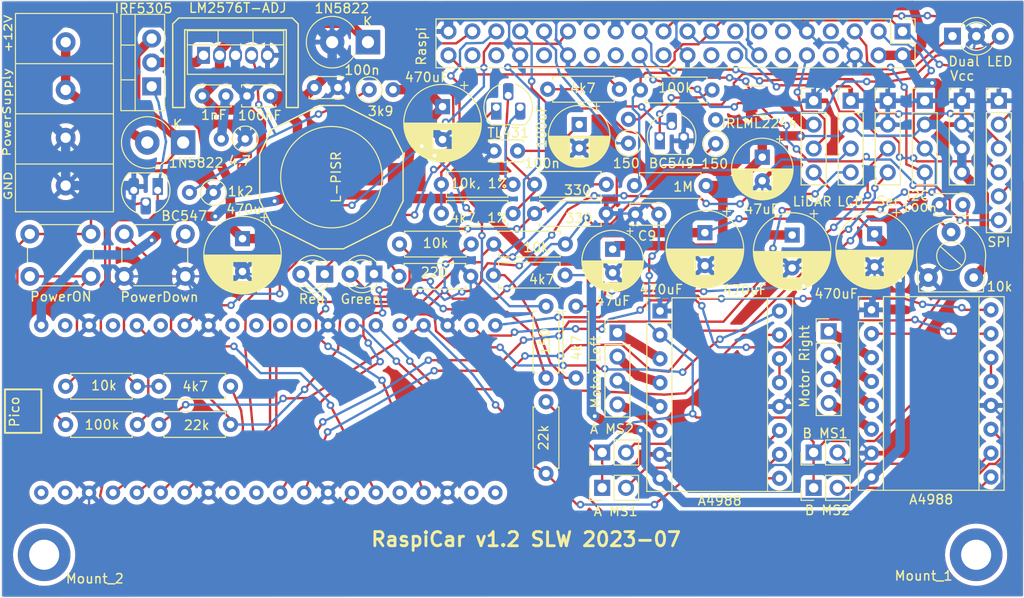
<source format=kicad_pcb>
(kicad_pcb (version 20221018) (generator pcbnew)
  (layers (0 "F.Cu" signal) (31 "B.Cu" signal) (34 "B.Paste" user) (35 "F.Paste" user) (36 "B.SilkS" user "B.Silkscreen") (37 "F.SilkS" user "F.Silkscreen") (38 "B.Mask" user) (39 "F.Mask" user) (44 "Edge.Cuts" user))
  (net 0 "")
  (net 1 "GND")
  (net 2 "RP2040_V3.3")
  (net 3 "Net-(A1-1B)")
  (net 4 "Net-(A1-1A)")
  (net 5 "Net-(A1-2A)")
  (net 6 "Net-(A1-2B)")
  (net 7 "VDD")
  (net 8 "RP2040_GP21")
  (net 9 "Net-(A1-MS1)")
  (net 10 "Net-(A1-MS2)")
  (net 11 "Net-(A1-~{RESET})")
  (net 12 "RP2040_GP20")
  (net 13 "RP2040_GP19")
  (net 14 "Net-(A2-1B)")
  (net 15 "Net-(A2-1A)")
  (net 16 "Net-(A2-2A)")
  (net 17 "Net-(A2-2B)")
  (net 18 "RP2040_GP18")
  (net 19 "Net-(A2-MS1)")
  (net 20 "Net-(A2-MS2)")
  (net 21 "Net-(A2-~{RESET})")
  (net 22 "RP2040_GP17")
  (net 23 "RP2040_GP16")
  (net 24 "VCC")
  (net 25 "RP2040_ADC2")
  (net 26 "Net-(D2-K)")
  (net 27 "Net-(C15-Pad2)")
  (net 28 "Net-(D1-K)")
  (net 29 "Net-(D1-A)")
  (net 30 "Net-(D3-K)")
  (net 31 "Net-(D3-A)")
  (net 32 "Net-(D4-A1)")
  (net 33 "Net-(D4-A2)")
  (net 34 "Net-(D5-A)")
  (net 35 "Raspi_3.3V")
  (net 36 "GPIO2")
  (net 37 "GPIO3")
  (net 40 "U0_RxD")
  (net 47 "GPIO10-MOSI")
  (net 48 "GPIO09-MISO")
  (net 50 "GPIO11-SCLK")
  (net 51 "GPIO8-CE")
  (net 55 "RASPI_IN")
  (net 56 "GPIO6")
  (net 58 "GPIO13")
  (net 59 "RASPI_OUT")
  (net 61 "GPIO26")
  (net 63 "GPIO21")
  (net 64 "Net-(J6-Pin_2)")
  (net 65 "Net-(J6-Pin_4)")
  (net 66 "LCD_SDA")
  (net 67 "LCD_SCL")
  (net 68 "RP2040_TX")
  (net 69 "RP2040_RX")
  (net 70 "Net-(Q1-C)")
  (net 71 "Net-(Q1-B)")
  (net 72 "Net-(Q2-G)")
  (net 73 "Net-(Q3-G)")
  (net 74 "Net-(Q4-B)")
  (net 75 "Net-(U3-R)")
  (net 76 "Net-(U3-A)")
  (net 77 "Net-(R16-Pad1)")
  (net 78 "PowerON")
  (net 79 "Net-(U1-FB)")
  (net 80 "PowerDown_Bt")
  (footprint "Connector_PinHeader_2.54mm:PinHeader_1x04_P2.54mm_Vertical" (layer "F.Cu") (at 187.198 93.98)
    (fp_text reference "J10")
    (fp_text value "Ser")
  )
  (footprint "SLW-Footprints:TO-220-5_Vertical_tiny_heatsink" (layer "F.Cu") (at 114.4778 89.154)
    (fp_text reference "U1" hide)
    (fp_text value "LM2576T-ADJ")
  )
  (footprint "Connector_PinHeader_2.54mm:PinHeader_1x04_P2.54mm_Vertical" (layer "F.Cu") (at 179.324 93.98)
    (fp_text reference "J6")
    (fp_text value "LiDAR")
  )
  (footprint "Resistor_THT:R_Axial_DIN0207_L6.3mm_D2.5mm_P7.62mm_Horizontal" (layer "F.Cu") (at 139.7508 105.9688)
    (fp_text reference "R2")
    (fp_text value "4k7, 1%")
  )
  (footprint "Capacitor_THT:CP_Radial_D8.0mm_P3.50mm" (layer "F.Cu") (at 167.767 108.006 -90)
    (fp_text reference "C7")
    (fp_text value "470uF")
  )
  (footprint "Resistor_THT:R_Axial_DIN0207_L6.3mm_D2.5mm_P7.62mm_Horizontal" (layer "F.Cu") (at 154.051 115.824 -90)
    (fp_text reference "R11")
    (fp_text value "4k7")
  )
  (footprint "Resistor_THT:R_Axial_DIN0207_L6.3mm_D2.5mm_P7.62mm_Horizontal" (layer "F.Cu") (at 99.822 124.333)
    (fp_text reference "R16" hide)
    (fp_text value "10k")
  )
  (footprint "Connector_PinHeader_2.54mm:PinHeader_1x04_P2.54mm_Vertical" (layer "F.Cu") (at 158.4706 118.6434)
    (fp_text reference "J3")
    (fp_text value "Motor Left")
  )
  (footprint "Capacitor_THT:C_Disc_D3.4mm_W2.1mm_P2.50mm" (layer "F.Cu") (at 162.8648 106.045 180)
    (fp_text reference "C9")
    (fp_text value "100nF")
  )
  (footprint "Resistor_THT:R_Axial_DIN0207_L6.3mm_D2.5mm_P2.54mm_Vertical" (layer "F.Cu") (at 168.91 98.552 90)
    (fp_text reference "R13" hide)
    (fp_text value "150")
  )
  (footprint "SLW-Footprints:ScrewTerminal_1x4" (layer "F.Cu") (at 99.822 105.537 180)
    (fp_text reference "J1" hide)
    (fp_text value "PowerSupply")
  )
  (footprint "Capacitor_THT:C_Disc_D3.4mm_W2.1mm_P2.50mm" (layer "F.Cu") (at 121.5898 93.472 180)
    (fp_text reference "C3")
    (fp_text value "100nF")
  )
  (footprint "Capacitor_THT:C_Disc_D3.4mm_W2.1mm_P2.50mm" (layer "F.Cu") (at 128.758 92.583 180)
    (fp_text reference "C8")
    (fp_text value "100n")
  )
  (footprint "Resistor_THT:R_Axial_DIN0207_L6.3mm_D2.5mm_P7.62mm_Horizontal" (layer "F.Cu") (at 152.908 112.522 180)
    (fp_text reference "R10")
    (fp_text value "4k7")
  )
  (footprint "Capacitor_THT:C_Disc_D3.4mm_W2.1mm_P2.50mm" (layer "F.Cu") (at 114.3508 93.472)
    (fp_text reference "C15")
    (fp_text value "1nF")
  )
  (footprint "Resistor_THT:R_Axial_DIN0207_L6.3mm_D2.5mm_P7.62mm_Horizontal" (layer "F.Cu") (at 149.6568 105.9688)
    (fp_text reference "R17")
    (fp_text value "330")
  )
  (footprint "Resistor_THT:R_Axial_DIN0207_L6.3mm_D2.5mm_P7.62mm_Horizontal" (layer "F.Cu") (at 109.728 128.397)
    (fp_text reference "R4" hide)
    (fp_text value "22k")
  )
  (footprint "Resistor_THT:R_Axial_DIN0207_L6.3mm_D2.5mm_P7.62mm_Horizontal" (layer "F.Cu") (at 107.442 128.397 180)
    (fp_text reference "R15" hide)
    (fp_text value "100k")
  )
  (footprint "Capacitor_THT:CP_Radial_D8.0mm_P3.50mm" (layer "F.Cu") (at 139.8778 94.613349 -90)
    (fp_text reference "C2")
    (fp_text value "470uF")
  )
  (footprint "Capacitor_THT:CP_Radial_D6.3mm_P2.50mm" (layer "F.Cu") (at 173.863 99.989 -90)
    (fp_text reference "C13")
    (fp_text value "47uF")
  )
  (footprint "Connector_PinHeader_2.54mm:PinHeader_1x02_P2.54mm_Vertical" (layer "F.Cu") (at 156.845 135.128 90)
    (fp_text reference "JP1")
    (fp_text value "A MS1")
  )
  (footprint "SLW-Footprints:R-Trim_horizontal" (layer "F.Cu") (at 193.929 110.617 90)
    (fp_text reference "RV1" hide)
    (fp_text value "10k")
  )
  (footprint "Capacitor_THT:C_Disc_D3.4mm_W2.1mm_P2.50mm" (layer "F.Cu") (at 145.3588 99.314)
    (fp_text reference "C4")
    (fp_text value "100n")
  )
  (footprint "Resistor_THT:R_Axial_DIN0207_L6.3mm_D2.5mm_P2.54mm_Vertical" (layer "F.Cu") (at 118.901 98.044 180)
    (fp_text reference "R21")
    (fp_text value "4,7")
  )
  (footprint "Connector_PinHeader_2.54mm:PinHeader_1x04_P2.54mm_Vertical" (layer "F.Cu") (at 195.072 93.98)
    (fp_text reference "J9")
    (fp_text value "Vcc")
  )
  (footprint "Connector_PinHeader_2.54mm:PinHeader_1x04_P2.54mm_Vertical" (layer "F.Cu") (at 183.261 93.98)
    (fp_text reference "J7")
    (fp_text value "LCD")
  )
  (footprint "Capacitor_THT:CP_Radial_D8.0mm_P3.50mm" (layer "F.Cu") (at 185.801 108.133 -90)
    (fp_text reference "C6")
    (fp_text value "470uF")
  )
  (footprint "Package_TO_SOT_THT:TO-92_HandSolder" (layer "F.Cu") (at 109.601 103.505 180)
    (fp_text reference "Q4")
    (fp_text value "BC547")
  )
  (footprint "Module:Pololu_Breakout-16_15.2x20.3mm" (layer "F.Cu") (at 162.9918 116.332)
    (fp_text reference "A1")
    (fp_text value "A4988")
  )
  (footprint "Package_TO_SOT_THT:TO-220-3_Vertical" (layer "F.Cu") (at 108.966 92.456 90)
    (fp_text reference "Q3")
    (fp_text value "IRF5305")
  )
  (footprint "Resistor_THT:R_Axial_DIN0207_L6.3mm_D2.5mm_P2.54mm_Vertical" (layer "F.Cu") (at 132.08 92.8116)
    (fp_text reference "R22" hide)
    (fp_text value "3k9")
  )
  (footprint "Capacitor_THT:CP_Radial_D6.3mm_P2.50mm" (layer "F.Cu") (at 154.4066 96.5092 -90)
    (fp_text reference "C5" hide)
    (fp_text value "100uF")
  )
  (footprint "Connector_PinHeader_2.54mm:PinHeader_2x20_P2.54mm_Vertical" (layer "F.Cu") (at 188.7728 86.614 -90)
    (fp_text reference "J2")
    (fp_text value "Raspi")
  )
  (footprint "SLW-Footprints:LED_D3.0mm-3-center-kathode" (layer "F.Cu") (at 194.0814 87.122)
    (fp_text reference "D4")
    (fp_text value "Dual LED")
  )
  (footprint "Resistor_THT:R_Axial_DIN0207_L6.3mm_D2.5mm_P7.62mm_Horizontal" (layer "F.Cu") (at 135.3058 109.22)
    (fp_text reference "R8")
    (fp_text value "10k")
  )
  (footprint "Package_TO_SOT_THT:TO-92_HandSolder" (layer "F.Cu") (at 162.9664 97.8408)
    (fp_text reference "Q1")
    (fp_text value "BC549")
  )
  (footprint "Connector_PinHeader_2.54mm:PinHeader_1x02_P2.54mm_Vertical" (layer "F.Cu") (at 156.845 131.3688 90)
    (fp_text reference "JP4")
    (fp_text value "A MS2")
  )
  (footprint "Diode_THT:D_DO-201AE_P3.81mm_Vertical_KathodeUp" (layer "F.Cu") (at 131.953 87.757 180)
    (fp_text reference "D2" hide)
    (fp_text value "1N5822")
  )
  (footprint "Resistor_THT:R_Axial_DIN0207_L6.3mm_D2.5mm_P7.62mm_Horizontal" (layer "F.Cu") (at 142.875 112.649 180)
    (fp_text reference "R20")
    (fp_text value "220")
  )
  (footprint "Module:Pololu_Breakout-16_15.2x20.3mm" (layer "F.Cu") (at 185.4708 116.205)
    (fp_text reference "A2")
    (fp_text value "A4988")
  )
  (footprint "Resistor_THT:R_Axial_DIN0207_L6.3mm_D2.5mm_P7.62mm_Horizontal" (layer "F.Cu") (at 145.3134 109.22)
    (fp_text reference "R9")
    (fp_text value "10k")
  )
  (footprint "SLW-Footprints:SW_PUSH_6mm_H5mm" (layer "F.Cu") (at 106.045 108.149)
    (fp_text reference "SW2")
    (fp_text value "PowerDown")
  )
  (footprint "Diode_THT:D_DO-201AE_P3.81mm_Vertical_KathodeUp" (layer "F.Cu") (at 112.308 98.425 180)
    (fp_text reference "D1" hide)
    (fp_text value "1N5822")
  )
  (footprint "Connector_PinHeader_2.54mm:PinHeader_1x06_P2.54mm_Vertical" (layer "F.Cu") (at 199.009 93.98)
    (fp_text reference "J5")
    (fp_text value "SPI")
  )
  (footprint "Capacitor_THT:CP_Radial_D8.0mm_P3.50mm" (layer "F.Cu") (at 118.618 108.641 -90)
    (fp_text reference "C1")
    (fp_text value "470u")
  )
  (footprint "Capacitor_THT:CP_Radial_D8.0mm_P3.50mm" (layer "F.Cu") (at 177.038 108.26 -90)
    (fp_text reference "C11")
    (fp_text value "470uF")
  )
  (footprint "Resistor_THT:R_Axial_DIN0207_L6.3mm_D2.5mm_P7.62mm_Horizontal" (layer "F.Cu") (at 160.909 92.837)
    (fp_text reference "R7")
    (fp_text value "100k")
  )
  (footprint "Capacitor_THT:C_Disc_D3.4mm_W2.1mm_P2.50mm" (layer "F.Cu") (at 195.179 105.029 180)
    (fp_text reference "C14")
    (fp_text value "100n")
  )
  (footprint "Resistor_THT:R_Axial_DIN0207_L6.3mm_D2.5mm_P7.62mm_Horizontal" (layer "F.Cu") (at 109.728 124.333)
    (fp_text reference "R19")
    (fp_text value "4k7")
  )
  (footprint "Resistor_THT:R_Axial_DIN0207_L6.3mm_D2.5mm_P7.62mm_Horizontal" (layer "F.Cu") (at 150.876 133.604 90)
    (fp_text reference "R18")
    (fp_text value "22k")
  )
  (footprint "MountingHole:MountingHole_3.2mm_M3_DIN965_Pad" (layer "F.Cu") (at 97.536 142.24)
    (fp_text reference "Mount_2" hide)
    (fp_text value "Mount_2")
  )
  (footprint "LED_THT:LED_D3.0mm" (layer "F.Cu") (at 132.588 112.395 180)
    (fp_text reference "D5" hide)
    (fp_text value "Green")
  )
  (footprint "Resistor_THT:R_Axial_DIN0207_L6.3mm_D2.5mm_P7.62mm_Horizontal" (layer "F.Cu") (at 149.6568 102.87)
    (fp_text reference "R3")
    (fp_text value "330")
  )
  (footprint "Capacitor_THT:CP_Radial_D6.3mm_P2.50mm" (layer "F.Cu") (at 157.9626 109.768 -90)
    (fp_text reference "C12")
    (fp_text value "47uF")
  )
  (footprint "Resistor_THT:R_Axial_DIN0207_L6.3mm_D2.5mm_P2.54mm_Vertical" (layer "F.Cu") (at 115.5192 103.7336 180)
    (fp_text reference "R23" hide)
    (fp_text value "1k2")
  )
  (footprint "Connector_PinHeader_2.54mm:PinHeader_1x02_P2.54mm_Vertical" (layer "F.Cu") (at 179.319 131.3688 90)
    (fp_text reference "JP3")
    (fp_text value "B MS1")
  )
  (footprint "Package_TO_SOT_THT:TO-92_HandSolder" (layer "F.Cu") (at 145.5928 94.6912)
    (fp_text reference "U3")
    (fp_text value "TL431")
  )
  (footprint "Resistor_THT:R_Axial_DIN0207_L6.3mm_D2.5mm_P7.62mm_Horizontal" (layer "F.Cu") (at 151.0538 92.7608)
    (fp_text reference "R5")
    (fp_text value "4k7")
  )
  (footprint "SLW-Footprints:SW_PUSH_6mm_H5mm" (layer "F.Cu") (at 102.512 112.649 180)
    (fp_text reference "SW1" hide)
    (fp_text value "PowerON")
  )
  (footprint "Connector_PinHeader_2.54mm:PinHeader_1x04_P2.54mm_Vertical" (layer "F.Cu") (at 191.135 93.98)
    (fp_text reference "J8")
    (fp_text value "I2C")
  )
  (footprint "Resistor_THT:R_Axial_DIN0207_L6.3mm_D2.5mm_P7.62mm_Horizontal" (layer "F.Cu") (at 150.876 115.824 -90)
    (fp_text reference "R14")
    (fp_text value "150")
  )
  (footprint "MountingHole:MountingHole_3.2mm_M3_DIN965_Pad" (layer "F.Cu") (at 196.596 142.24)
    (fp_text reference "Mount_1" hide)
    (fp_text value "Mount_1")
  )
  (footprint "LED_THT:LED_D3.0mm" (layer "F.Cu") (at 127.3556 112.4204 180)
    (fp_text reference "D3")
    (fp_text value "Red")
  )
  (footprint "Resistor_THT:R_Axial_DIN0207_L6.3mm_D2.5mm_P7.62mm_Horizontal" (layer "F.Cu") (at 139.7508 102.87)
    (fp_text reference "R1")
    (fp_text value "10k, 1%")
  )
  (footprint "Resistor_THT:R_Axial_DIN0207_L6.3mm_D2.5mm_P2.54mm_Vertical" (layer "F.Cu") (at 159.639 98.5012 90)
    (fp_text reference "R12")
    (fp_text value "150")
  )
  (footprint "Connector_PinHeader_2.54mm:PinHeader_1x02_P2.54mm_Vertical" (layer "F.Cu") (at 179.324 135.128 90)
    (fp_text reference "JP2" hide)
    (fp_text value "B MS2")
  )
  (footprint "Connector_PinHeader_2.54mm:PinHeader_1x04_P2.54mm_Vertical" (layer "F.Cu") (at 180.9242 118.491)
    (fp_text reference "J4")
    (fp_text value "Motor Right")
  )
  (footprint "Package_TO_SOT_SMD:SOT-23" (layer "F.Cu") (at 173.5605 93.98)
    (fp_text reference "Q2")
    (fp_text value "IRLML2244")
  )
  (footprint "Resistor_THT:R_Axial_DIN0207_L6.3mm_D2.5mm_P7.62mm_Horizontal" (layer "F.Cu") (at 160.274 102.997)
    (fp_text reference "R6")
    (fp_text value "1M")
  )
  (footprint "SLW-Footprints:Raspi_RP2040" (layer "F.Cu") (at 97.2312 135.636 90)
    (fp_text reference "U2")
    (fp_text value "Pico")
  )
  (footprint "SLW-Footprints:L-PISR-100" (layer "F.Cu") (at 128.0658 102.108 -90)
    (fp_text reference "L1")
    (fp_text value "L-PISR")
  )
  (gr_rect (start 93.3704 124.6632) (end 97.2312 129.286) (stroke (width 0.2)) (fill none) (layer "F.SilkS"))
  (gr_line (start 92.964 83.312) (end 201.676 83.312) (stroke (width 0.05)) (layer "Edge.Cuts"))
  (gr_line (start 201.676 83.312) (end 201.676 146.812) (stroke (width 0.05)) (layer "Edge.Cuts"))
  (gr_line (start 92.964 83.312) (end 92.964 146.812) (stroke (width 0.05)) (layer "Edge.Cuts"))
  (gr_line (start 92.964 146.812) (end 201.676 146.812) (stroke (width 0.05)) (layer "Edge.Cuts"))
  (gr_text "+12V" (at 94.1832 88.9508 90) (layer "F.SilkS") (effects (font (size 0.8 1)) (justify left bottom)))
  (gr_text "RaspiCar v1.2 SLW 2023-07" (at 132.1308 141.478) (layer "F.SilkS") (effects (font (size 1.5 1.5) (thickness 0.3) bold) (justify left bottom)))
  (gr_text "GND" (at 94.1832 104.648 90) (layer "F.SilkS") (effects (font (size 0.8 1)) (justify left bottom)))
  (segment (start 155.53797 99.0092) (end 158.4018 101.87303) (width 0.25) (layer "F.Cu") (net 1))
  (segment (start 158.4018 101.87303) (end 158.4018 104.8438) (width 0.25) (layer "F.Cu") (net 1))
  (segment (start 154.4066 99.0092) (end 155.53797 99.0092) (width 0.25) (layer "F.Cu") (net 1))
  (segment (start 158.4018 104.8438) (end 157.2768 105.9688) (width 0.25) (layer "F.Cu") (net 1))
  (segment (start 194.6656 103.2256) (end 194.2084 103.5304) (width 0.25) (layer "B.Cu") (net 1))
  (segment (start 164.1168 132.697) (end 162.9918 131.572) (width 0.25) (layer "B.Cu") (net 1))
  (segment (start 99.822 97.917) (end 99.822 102.997) (width 1) (layer "B.Cu") (net 1))
  (segment (start 116.3234 85.6996) (end 99.404526 85.6996) (width 1) (layer "B.Cu") (net 1))
  (segment (start 123.2916 113.5888) (end 127.7112 117.856) (width 0.25) (layer "B.Cu") (net 1))
  (segment (start 146.9578 85.3622) (end 146.6596 85.064) (width 0.25) (layer "B.Cu") (net 1))
  (segment (start 172.3578 85.223) (end 172.5168 85.064) (width 0.25) (layer "B.Cu") (net 1))
  (segment (start 115.5192 103.7336) (end 113.284 105.9688) (width 1) (layer "B.Cu") (net 1))
  (segment (start 173.5328 89.154) (end 172.3578 87.979) (width 0.25) (layer "B.Cu") (net 1))
  (segment (start 113.5888 115.0112) (end 115.0112 117.856) (width 0.25) (layer "B.Cu") (net 1))
  (segment (start 130.048 137.9728) (end 138.43 137.6172) (width 0.25) (layer "B.Cu") (net 1))
  (segment (start 165.9128 89.154) (end 164.7378 87.979) (width 0.25) (layer "B.Cu") (net 1))
  (segment (start 187.198 93.98) (end 187.198 96.52) (width 0.25) (layer "B.Cu") (net 1))
  (segment (start 197.1548 98.6028) (end 197.1548 102.5144) (width 0.25) (layer "B.Cu") (net 1))
  (segment (start 195.5292 92.202) (end 195.072 93.98) (width 0.25) (layer "B.Cu") (net 1))
  (segment (start 192.405 105.029) (end 192.679 105.029) (width 0.25) (layer "B.Cu") (net 1))
  (segment (start 148.1328 89.154) (end 146.9578 87.979) (width 0.25) (layer "B.Cu") (net 1))
  (segment (start 179.324 93.5228) (end 183.6928 89.154) (width 0.25) (layer "B.Cu") (net 1))
  (segment (start 179.324 93.98) (end 179.324 93.5228) (width 0.25) (layer "B.Cu") (net 1))
  (segment (start 101.0412 138.2268) (end 102.3112 136.9568) (width 0.25) (layer "B.Cu") (net 1))
  (segment (start 102.3112 117.856) (end 99.568 120.5992) (width 0.25) (layer "B.Cu") (net 1))
  (segment (start 185.4708 116.205) (end 180.8602 116.205) (width 0.25) (layer "B.Cu") (net 1))
  (segment (start 118.11 112.649) (end 118.618 112.141) (width 0.25) (layer "B.Cu") (net 1))
  (segment (start 109.3216 107.0356) (end 113.1824 105.9688) (width 1) (layer "B.Cu") (net 1))
  (segment (start 172.3578 87.979) (end 172.3578 85.223) (width 0.25) (layer "B.Cu") (net 1))
  (segment (start 162.9918 116.2812) (end 167.767 111.506) (width 0.25) (layer "B.Cu") (net 1))
  (segment (start 102.3112 136.9568) (end 102.3112 135.636) (width 0.25) (layer "B.Cu") (net 1))
  (segment (start 178.7652 128.3716) (end 176.8856 126.492) (width 0.25) (layer "B.Cu") (net 1))
  (segment (start 197.1548 102.5144) (end 196.4436 103.2256) (width 0.25) (layer "B.Cu") (net 1))
  (segment (start 105.7148 104.9528) (end 105.7148 102.997) (width 1) (layer "B.Cu") (net 1))
  (segment (start 160.2886 105.9688) (end 160.3648 106.045) (width 0.25) (layer "B.Cu") (net 1))
  (segment (start 100.9904 138.176) (end 101.0412 138.2268) (width 0.25) (layer "B.Cu") (net 1))
  (segment (start 128.143 87.757) (end 128.143 91.968) (width 1) (layer "B.Cu") (net 1))
  (segment (start 198.1708 126.365) (end 199.2958 127.49) (width 0.25) (layer "B.Cu") (net 1))
  (segment (start 157.2768 105.9688) (end 160.2886 105.9688) (width 0.25) (layer "B.Cu") (net 1))
  (segment (start 182.3974 128.3716) (end 178.7652 128.3716) (width 0.25) (layer "B.Cu") (net 1))
  (segment (start 131.6976 91.3116) (end 135.241321 91.3116) (width 1) (layer "B.Cu") (net 1))
  (segment (start 199.2958 134.5618) (end 196.1896 137.668) (width 0.25) (layer "B.Cu") (net 1))
  (segment (start 107.7976 107.0356) (end 105.7148 104.9528) (width 1) (layer "B.Cu") (net 1))
  (segment (start 140.5128 85.1148) (end 140.5128 86.614) (width 1) (layer "B.Cu") (net 1))
  (segment (start 126.0856 85.6996) (end 121.2596 85.6996) (width 1) (layer "B.Cu") (net 1))
  (segment (start 105.7148 102.997) (end 106.553 102.997) (width 1) (layer "B.Cu") (net 1))
  (segment (start 195.072 93.98) (end 195.072 96.52) (width 0.25) (layer "B.Cu") (net 1))
  (segment (start 94.3864 121.666) (end 94.3864 136.7028) (width 0.25) (layer "B.Cu") (net 1))
  (segment (start 127.7112 135.636) (end 130.048 137.9728) (width 0.25) (layer "B.Cu") (net 1))
  (segment (start 140.5636 85.064) (end 146.6596 85.064) (width 1) (layer "B.Cu") (net 1))
  (segment (start 99.822 102.997) (end 105.7148 102.997) (width 1) (layer "B.Cu") (net 1))
  (segment (start 180.8602 116.205) (end 178.4604 118.6048) (width 0.25) (layer "B.Cu") (net 1))
  (segment (start 128.143 87.757) (end 126.0856 85.6996) (width 1) (layer "B.Cu") (net 1))
  (segment (start 135.241321 91.3116) (end 138.3284 94.398679) (width 1) (layer "B.Cu") (net 1))
  (segment (start 95.8596 138.176) (end 100.9904 138.176) (width 0.25) (layer "B.Cu") (net 1))
  (segment (start 102.3112 135.636) (end 104.8512 138.176) (width 0.25) (layer "B.Cu") (net 1))
  (segment (start 158.2928 86.614) (end 158.2928 85.2164) (width 1) (layer "B.Cu") (net 1))
  (segment (start 199.2958 127.49) (end 199.2958 134.5618) (width 0.25) (layer "B.Cu") (net 1))
  (segment (start 138.43 137.6172) (end 140.4112 135.636) (width 0.25) (layer "B.Cu") (net 1))
  (segment (start 113.284 105.9688) (end 113.1824 105.9688) (width 1) (layer "B.Cu") (net 1))
  (segment (start 185.801 115.8748) (end 185.4708 116.205) (width 0.25) (layer "B.Cu") (net 1))
  (segment (start 177.0628 85.064) (end 178.6128 86.614) (width 1) (layer "B.Cu") (net 1))
  (segment (start 196.4436 103.2256) (end 194.6656 103.2256) (width 0.25) (layer "B.Cu") (net 1))
  (segment (start 107.7976 107.0356) (end 109.3216 107.0356) (width 1) (layer "B.Cu") (net 1))
  (segment (start 185.4708 131.445) (end 184.2188 132.697) (width 0.25) (layer "B.Cu") (net 1))
  (segment (start 146.6596 85.064) (end 151.9936 85.064) (width 1) (layer "B.Cu") (net 1))
  (segment (start 139.1412 116.7892) (end 140.4112 117.856) (width 0.25) (layer "B.Cu") (net 1))
  (segment (start 104.8512 138.176) (end 112.4712 138.176) (width 0.25) (layer "B.Cu") (net 1))
  (segment (start 164.7378 87.979) (end 164.7378 85.1722) (width 0.25) (layer "B.Cu") (net 1))
  (segment (start 136.652 115.062) (end 139.1412 116.7892) (width 0.25) (layer "B.Cu") (net 1))
  (segment (start 176.8856 126.492) (end 175.6918 126.492) (width 0.25) (layer "B.Cu") (net 1))
  (segment (start 139.8778 98.113349) (end 143.7132 98.9584) (width 1) (layer "B.Cu") (net 1))
  (segment (start 117.8778 87.254) (end 116.3234 85.6996) (width 1) (layer "B.Cu") (net 1))
  (segment (start 179.7878 87.789) (end 178.6128 86.614) (width 0.25) (layer "B.Cu") (net 1))
  (segment (start 94.3864 136.7028) (end 95.8596 138.176) (width 0.25) (layer "B.Cu") (net 1))
  (segment (start 140.5636 85.064) (end 140.5128 85.1148) (width 1) (layer "B.Cu") (net 1))
  (segment (start 190.373 111.633) (end 191.516 112.776) (width 0.25) (layer "B.Cu") (net 1))
  (segment (start 178.4604 118.6048) (end 178.4604 121.7168) (width 0.25) (layer "B.Cu") (net 1))
  (segment (start 128.143 91.968) (end 128.758 92.583) (width 1) (layer "B.Cu") (net 1))
  (segment (start 173.863 111.0742) (end 174.2948 111.506) (width 0.25) (layer "B.Cu") (net 1))
  (segment (start 167.767 111.506) (end 174.2948 111.506) (width 0.25) (layer "B.Cu") (net 1))
  (segment (start 146.9578 87.979) (end 146.9578 85.3622) (width 0.25) (layer "B.Cu") (net 1))
  (segment (start 132.588 112.9792) (end 132.588 112.395) (width 0.25) (layer "B.Cu") (net 1))
  (segment (start 183.261 93.98) (end 195.072 93.98) (width 0.25) (layer "B.Cu") (net 1))
  (segment (start 165.5064 97.8408) (end 165.9128 89.154) (width 0.25) (layer "B.Cu") (net 1))
  (segment (start 158.4452 85.064) (end 164.846 85.064) (width 1) (layer "B.Cu") (net 1))
  (segment (start 132.588 112.395) (end 136.652 115.062) (width 0.25) (layer "B.Cu") (net 1))
  (segment (start 112.4712 138.176) (end 115.0112 135.636) (width 0.25) (layer "B.Cu") (net 1))
  (segment (start 99.404526 85.6996) (end 97.9424 87.161726) (width 1) (layer "B.Cu") (net 1))
  (segment (start 161.810801 111.468001) (end 162.9918 112.649) (width 0.25) (layer "B.Cu") (net 1))
  (segment (start 106.553 102.997) (end 107.061 103.505) (width 1) (layer "B.Cu") (net 1))
  (segment (start 157.9626 112.268) (end 158.762599 111.468001) (width 0.25) (layer "B.Cu") (net 1))
  (segment (start 195.072 93.98) (end 199.009 93.98) (width 0.25) (layer "B.Cu") (net 1))
  (segment (start 151.9936 85.064) (end 158.4452 85.064) (width 1) (layer "B.Cu") (net 1))
  (segment (start 102.3112 117.856) (end 103.6828 116.1796) (width 0.25) (layer "B.Cu") (net 1))
  (segment (start 127.7112 117.856) (end 132.588 112.9792) (width 0.25) (layer "B.Cu") (net 1))
  (segment (start 173.863 102.489) (end 173.863 111.0742) (width 0.25) (layer "B.Cu") (net 1))
  (segment (start 196.6214 87.122) (end 195.5292 92.202) (width 0.25) (layer "B.Cu") (net 1))
  (segment (start 117.2464 137.8712) (end 125.5776 137.7696) (width 0.25) (layer "B.Cu") (net 1))
  (segment (start 177.038 111.76) (end 185.674 111.76) (width 0.25) (layer "B.Cu") (net 1))
  (segment (start 112.545 112.649) (end 113.5888 115.0112) (width 0.25) (layer "B.Cu") (net 1))
  (segment (start 121.2778 85.7178) (end 121.2596 85.6996) (width 0.25) (layer "B.Cu") (net 1))
  (segment (start 138.3284 96.563949) (end 139.8778 98.113349) (width 1) (layer "B.Cu") (net 1))
  (segment (start 187.198 93.98) (end 187.198 92.6592) (width 0.25) (layer "B.Cu") (net 1))
  (segment (start 99.568 120.5992) (end 95.504 120.5992) (width 0.25) (layer "B.Cu") (net 1))
  (segment (start 183.6928 89.154) (end 182.3278 87.789) (width 0.25) (layer "B.Cu") (net 1))
  (segment (start 162.9918 116.332) (end 162.9918 116.2812) (width 0.25) (layer "B.Cu") (net 1))
  (segment (start 160.3648 106.045) (end 160.3648 109.8658) (width 0.25) (layer "B.Cu") (net 1))
  (segment (start 185.674 111.76) (end 185.801 111.633) (width 0.25) (layer "B.Cu") (net 1))
  (segment (start 158.2928 85.2164) (end 158.4452 85.064) (width 1) (layer "B.Cu") (net 1))
  (segment (start 103.6828 116.1796) (end 106.045 112.649) (width 0.25) (layer "B.Cu") (net 1))
  (segment (start 117.8778 92.26) (end 119.0898 93.472) (width 1) (layer "B.Cu") (net 1))
  (segment (start 117.8778 89.154) (end 117.8778 92.26) (width 1) (layer "B.Cu") (net 1))
  (segment (start 121.2778 89.154) (end 121.2778 85.7178) (width 0.25) (layer "B.Cu") (net 1))
  (segment (start 194.2084 103.5304) (end 194.076 103.632) (width 0.25) (layer "B.Cu") (net 1))
  (segment (start 128.143 87.757) (end 130.836 85.064) (width 1) (layer "B.Cu") (net 1))
  (segment (start 142.4432 137.668) (end 140.4112 135.636) (width 0.25) (layer "B.Cu") (net 1))
  (segment (start 97.9424 87.161726) (end 97.9424 96.0374) (width 1) (layer "B.Cu") (net 1))
  (segment (start 195.072 96.52) (end 197.1548 98.6028) (width 0.25) (layer "B.Cu") (net 1))
  (segment (start 118.618 112.141) (end 123.2916 113.5888) (width 0.25) (layer "B.Cu") (net 1))
  (segment (start 151.9428 87.4776) (end 151.9936 85.064) (width 0.25) (layer "B.Cu") (net 1))
  (segment (start 172.5168 85.064) (end 177.0628 85.064) (width 1) (layer "B.Cu") (net 1))
  (segment (start 185.801 111.633) (end 192.405 105.029) (width 0.25) (layer "B.Cu") (net 1))
  (segment (start 118.618 111.4044) (end 118.618 112.141) (width 1) (layer "B.Cu") (net 1))
  (segment (start 112.545 112.649) (end 118.11 112.649) (width 0.25) (layer "B.Cu") (net 1))
  (segment (start 128.143 87.757) (end 131.6976 91.3116) (width 1) (layer "B.Cu") (net 1))
  (segment (start 130.836 85.064) (end 140.5636 85.064) (width 1) (layer "B.Cu") (net 1))
  (segment (start 194.076 103.632) (end 192.679 105.029) (width 0.25) (layer "B.Cu") (net 1))
  (segment (start 184.2188 132.697) (end 164.1168 132.697) (width 0.25) (layer "B.Cu") (net 1))
  (segment (start 115.0112 135.636) (end 117.2464 137.8712) (width 0.25) (layer "B.Cu") (net 1))
  (segment (start 187.198 92.6592) (end 183.6928 89.154) (width 0.25) (layer "B.Cu") (net 1))
  (segment (start 125.5776 137.7696) (end 127.7112 135.636) (width 0.25) (layer "B.Cu") (net 1))
  (segment (start 185.4708 131.445) (end 182.3974 128.3716) (width 0.25) (layer "B.Cu") (net 1))
  (segment (start 185.801 111.633) (end 190.373 111.633) (width 0.25) (layer "B.Cu") (net 1))
  (segment (start 182.3278 87.789) (end 179.7878 87.789) (width 0.25) (layer "B.Cu") (net 1))
  (segment (start 176.784 111.506) (end 177.038 111.76) (width 0.25) (layer "B.Cu") (net 1))
  (segment (start 138.3284 94.398679) (end 138.3284 96.563949) (width 1) (layer "B.Cu") (net 1))
  (segment (start 106.045 112.649) (end 112.545 112.649) (width 0.25) (layer "B.Cu") (net 1))
  (segment (start 143.7132 98.9584) (end 145.3588 99.314) (width 1) (layer "B.Cu") (net 1))
  (segment (start 142.875 115.3922) (end 140.4112 117.856) (width 0.25) (layer "B.Cu") (net 1))
  (segment (start 178.4604 121.7168) (end 178.4604 122.8344) (width 0.25) (layer "B.Cu") (net 1))
  (segment (start 153.2128 89.154) (end 151.9428 87.4776) (width 0.25) (layer "B.Cu") (net 1))
  (segment (start 119.0898 93.472) (end 118.901 98.044) (width 1) (layer "B.Cu") (net 1))
  (segment (start 95.504 120.5992) (end 94.3864 121.666) (width 0.25) (layer "B.Cu") (net 1))
  (segment (start 160.3648 109.8658) (end 157.9626 112.268) (width 0.25) (layer "B.Cu") (net 1))
  (segment (start 178.4604 122.8344) (end 175.6918 126.492) (width 0.25) (layer "B.Cu") (net 1))
  (segment (start 196.1896 137.668) (end 142.4432 137.668) (width 0.25) (layer "B.Cu") (net 1))
  (segment (start 121.2596 85.6996) (end 116.3234 85.6996) (width 1) (layer "B.Cu") (net 1))
  (segment (start 117.8778 89.154) (end 117.8778 87.254) (width 1) (layer "B.Cu") (net 1))
  (segment (start 164.7378 85.1722) (end 164.846 85.064) (width 0.25) (layer "B.Cu") (net 1))
  (segment (start 142.875 112.649) (end 142.875 115.3922) (width 0.25) (layer "B.Cu") (net 1))
  (segment (start 164.846 85.064) (end 172.5168 85.064) (width 1) (layer "B.Cu") (net 1))
  (segment (start 158.762599 111.468001) (end 161.810801 111.468001) (width 0.25) (layer "B.Cu") (net 1))
  (segment (start 113.1824 105.9688) (end 118.618 111.4044) (width 1) (layer "B.Cu") (net 1))
  (segment (start 162.9918 112.649) (end 162.9918 116.332) (width 0.25) (layer "B.Cu") (net 1))
  (segment (start 185.801 111.633) (end 185.801 115.8748) (width 0.25) (layer "B.Cu") (net 1))
  (segment (start 174.2948 111.506) (end 176.784 111.506) (width 0.25) (layer "B.Cu") (net 1))
  (segment (start 97.9424 96.0374) (end 99.822 97.917) (width 1) (layer "B.Cu") (net 1))
  (segment (start 128.778 120.396) (end 129.032 116.7892) (width 0.25) (layer "F.Cu") (net 2))
  (segment (start 162.8648 106.045) (end 161.7398 104.92) (width 0.25) (layer "F.Cu") (net 2))
  (segment (start 125.222 124.6632) (end 128.778 120.396) (width 0.25) (layer "F.Cu") (net 2))
  (segment (start 156.845 131.3688) (end 156.845 135.128) (width 0.25) (layer "F.Cu") (net 2))
  (segment (start 161.8488 110.7973) (end 162.1536 110.4925) (width 0.25) (layer "F.Cu") (net 2))
  (segment (start 179.319 131.3688) (end 179.319 130.2688) (width 0.25) (layer "F.Cu") (net 2))
  (segment (start 156.2608 131.3688) (end 156.845 131.3688) (width 0.25) (layer "F.Cu") (net 2))
  (segment (start 180.5382 130.1496) (end 179.319 131.3688) (width 0.25) (layer "F.Cu") (net 2))
  (segment (start 157.742791 107.0938) (end 155.811 107.0938) (width 0.25) (layer "F.Cu") (net 2))
  (segment (start 195.6816 105.5316) (end 195.6816 109.22) (width 0.25) (layer "F.Cu") (net 2))
  (segment (start 176.7106 127.6604) (end 166.878 127.6604) (width 0.25) (layer "F.Cu") (net 2))
  (segment (start 190.119 118.745) (end 185.4708 118.745) (width 0.25) (layer "F.Cu") (net 2))
  (segment (start 140.208 111.3536) (end 140.8176 110.8964) (width 0.25) (layer "F.Cu") (net 2))
  (segment (start 179.319 130.2688) (end 176.7106 127.6604) (width 0.25) (layer "F.Cu") (net 2))
  (segment (start 107.3912 117.856) (end 117.348 127.8128) (width 0.25) (layer "F.Cu") (net 2))
  (segment (start 140.9838 115.025) (end 145.638398 115.025) (width 0.25) (layer "F.Cu") (net 2))
  (segment (start 158.4018 106.3244) (end 158.4018 106.434791) (width 0.25) (layer "F.Cu") (net 2))
  (segment (start 145.638398 115.025) (end 146.714699 113.948699) (width 0.25) (layer "F.Cu") (net 2))
  (segment (start 140.1064 114.1476) (end 140.9838 115.025) (width 0.25) (layer "F.Cu") (net 2))
  (segment (start 150.876 125.984) (end 156.2608 131.3688) (width 0.25) (layer "F.Cu") (net 2))
  (segment (start 193.7512 113.6396) (end 190.119 118.745) (width 0.25) (layer "F.Cu") (net 2))
  (segment (start 130.5632 115.8168) (end 138.4372 115.8168) (width 0.25) (layer "F.Cu") (net 2))
  (segment (start 161.7398 104.92) (end 159.8062 104.92) (width 0.25) (layer "F.Cu") (net 2))
  (segment (start 117.348 128.397) (end 117.348 127.8128) (width 0.25) (layer "F.Cu") (net 2))
  (segment (start 166.878 127.6604) (end 166.4716 127.254) (width 0.25) (layer "F.Cu") (net 2))
  (segment (start 190.119 118.745) (end 190.119 125.847791) (width 0.25) (layer "F.Cu") (net 2))
  (segment (start 140.8176 110.8964) (end 142.9258 109.22) (width 0.25) (layer "F.Cu") (net 2))
  (segment (start 161.8488 112.5728) (end 161.8488 110.7973) (width 0.25) (layer "F.Cu") (net 2))
  (segment (start 194.8688 111.5568) (end 193.7512 113.6396) (width 0.25) (layer "F.Cu") (net 2))
  (segment (start 129.032 116.7892) (end 130.5632 115.8168) (width 0.25) (layer "F.Cu") (net 2))
  (segment (start 179.319 131.3688) (end 179.319 135.123) (width 0.25) (layer "F.Cu") (net 2))
  (segment (start 185.817191 130.1496) (end 180.5382 130.1496) (width 0.25) (layer "F.Cu") (net 2))
  (segment (start 155.811 107.0938) (end 155.1432 106.426) (width 0.25) (layer "F.Cu") (net 2))
  (segment (start 138.4372 115.8168) (end 140.1064 114.1476) (width 0.25) (layer "F.Cu") (net 2))
  (segment (start 179.319 135.123) (end 179.324 135.128) (width 0.25) (layer "F.Cu") (net 2))
  (segment (start 195.179 105.029) (end 195.6816 105.5316) (width 0.25) (layer "F.Cu") (net 2))
  (segment (start 158.4018 106.434791) (end 157.742791 107.0938) (width 0.25) (layer "F.Cu") (net 2))
  (segment (start 190.119 125.847791) (end 185.817191 130.1496) (width 0.25) (layer "F.Cu") (net 2))
  (segment (start 195.6816 109.22) (end 194.8688 111.5568) (width 0.25) (layer "F.Cu") (net 2))
  (segment (start 159.8062 104.92) (end 158.4018 106.3244) (width 0.25) (layer "F.Cu") (net 2))
  (via (at 140.208 111.3536) (size 0.8) (drill 0.4) (layers "F.Cu" "B.Cu") (net 2))
  (via (at 161.8488 112.5728) (size 0.8) (drill 0.4) (layers "F.Cu" "B.Cu") (net 2))
  (via (at 140.1064 114.1476) (size 0.8) (drill 0.4) (layers "F.Cu" "B.Cu") (net 2))
  (via (at 162.1536 110.4925) (size 0.8) (drill 0.4) (layers "F.Cu" "B.Cu") (net 2))
  (via (at 166.4716 127.254) (size 0.8) (drill 0.4) (layers "F.Cu" "B.Cu") (net 2))
  (via (at 155.1432 106.426) (size 0.8) (drill 0.4) (layers "F.Cu" "B.Cu") (net 2))
  (via (at 146.714699 113.948699) (size 0.8) (drill 0.4) (layers "F.Cu" "B.Cu") (net 2))
  (via (at 125.222 124.6632) (size 0.8) (drill 0.4) (layers "F.Cu" "B.Cu") (net 2))
  (segment (start 151.443398 109.22) (end 152.9334 109.22) (width 0.25) (layer "B.Cu") (net 2))
  (segment (start 162.8648 109.7813) (end 162.8648 106.045) (width 0.25) (layer "B.Cu") (net 2))
  (segment (start 166.4716 121.666) (end 162.9918 118.872) (width 0.25) (layer "B.Cu") (net 2))
  (segment (start 140.1064 111.4552) (end 140.208 111.3536) (width 0.25) (layer "B.Cu") (net 2))
  (segment (start 166.4716 127.254) (end 166.4716 121.666) (width 0.25) (layer "B.Cu") (net 2))
  (segment (start 121.4882 128.397) (end 125.222 124.6632) (width 0.25) (layer "B.Cu") (net 2))
  (segment (start 117.348 128.397) (end 121.4882 128.397) (width 0.25) (layer "B.Cu") (net 2))
  (segment (start 161.8488 117.729) (end 161.8488 112.5728) (width 0.25) (layer "B.Cu") (net 2))
  (segment (start 156.845 131.3688) (end 160.1724 128.1684) (width 0.25) (layer "B.Cu") (net 2))
  (segment (start 162.9918 118.872) (end 161.8488 117.729) (width 0.25) (layer "B.Cu") (net 2))
  (segment (start 146.714699 113.948699) (end 151.443398 109.22) (width 0.25) (layer "B.Cu") (net 2))
  (segment (start 155.1432 106.426) (end 154.1272 107.696) (width 0.25) (layer "B.Cu") (net 2))
  (segment (start 162.1536 110.4925) (end 162.8648 109.7813) (width 0.25) (layer "B.Cu") (net 2))
  (segment (start 160.1724 128.1684) (end 164.3814 127.617) (width 0.25) (layer "B.Cu") (net 2))
  (segment (start 154.1272 107.696) (end 152.9334 109.22) (width 0.25) (layer "B.Cu") (net 2))
  (segment (start 164.3814 127.617) (end 166.4716 127.254) (width 0.25) (layer "B.Cu") (net 2))
  (segment (start 140.1064 114.1476) (end 140.1064 111.4552) (width 0.25) (layer "B.Cu") (net 2))
  (segment (start 160.9852 120.142) (end 158.4706 118.6434) (width 1) (layer "F.Cu") (net 3))
  (segment (start 162.9918 121.412) (end 160.9852 120.142) (width 1) (layer "F.Cu") (net 3))
  (segment (start 160.5788 123.19) (end 158.4706 121.1834) (width 1) (layer "F.Cu") (net 4))
  (segment (start 162.9918 123.952) (end 160.5788 123.19) (width 1) (layer "F.Cu") (net 4))
  (segment (start 160.4772 125.0696) (end 158.4706 123.7234) (width 1) (layer "B.Cu") (net 5))
  (segment (start 162.9918 126.492) (end 160.4772 125.0696) (width 1) (layer "B.Cu") (net 5))
  (segment (start 162.9918 129.032) (end 160.8328 127.2032) (width 1) (layer "F.Cu") (net 6))
  (segment (start 160.8328 127.2032) (end 158.4706 126.2634) (width 1) (layer "F.Cu") (net 6))
  (segment (start 114.7572 99.4664) (end 114.308 96.8328) (width 1) (layer "F.Cu") (net 7))
  (segment (start 155.5228 111.022) (end 149.649165 111.022) (width 1) (layer "F.Cu") (net 7))
  (segment (start 111.506 94.0308) (end 111.506 89.916) (width 1) (layer "F.Cu") (net 7))
  (segment (start 143.325965 102.87) (end 147.3708 102.87) (width 1) (layer "F.Cu") (net 7))
  (segment (start 114.308 96.8328) (end 111.506 94.0308) (width 1) (layer "F.Cu") (net 7))
  (segment (start 188.5188 113.0808) (end 188.5188 110.8508) (width 1) (layer "F.Cu") (net 7))
  (segment (start 117.3658 107.3888) (end 117.2972 102.7176) (width 1) (layer "F.Cu") (net 7))
  (segment (start 171.3992 106.5276) (end 184.1956 106.5276) (width 0.25) (layer "F.Cu") (net 7))
  (segment (start 118.618 108.641) (end 121.407078 108.641) (width 1) (layer "F.Cu") (net 7))
  (segment (start 143.325965 104.6988) (end 142.503582 103.692382) (width 1) (layer "F.Cu") (net 7))
  (segment (start 133.842182 104.378182) (end 141.817783 104.378182) (width 1) (layer "F.Cu") (net 7))
  (segment (start 113.7158 89.916) (end 114.4778 89.154) (width 1) (layer "F.Cu") (net 7))
  (segment (start 160.9344 129.032) (end 157.3276 128.2192) (width 1) (layer "F.Cu") (net 7))
  (segment (start 121.407078 108.641) (end 126.056178 103.9919) (width 1) (layer "F.Cu") (net 7))
  (segment (start 141.817783 104.378182) (end 143.325965 102.87) (width 1) (layer "F.Cu") (net 7))
  (segment (start 149.649165 111.022) (end 143.325965 104.6988) (width 1) (layer "F.Cu") (net 7))
  (segment (start 118.618 108.641) (end 117.3658 107.3888) (width 1) (layer "F.Cu") (net 7))
  (segment (start 167.767 108.006) (end 156.7246 108.006) (width 1) (layer "F.Cu") (net 7))
  (segment (start 155.702 109.0286) (end 155.702 111.2012) (width 1) (layer "F.Cu") (net 7))
  (segment (start 184.1956 106.5276) (end 185.801 108.133) (width 0.25) (layer "F.Cu") (net 7))
  (segment (start 111.506 89.916) (end 113.7158 89.916) (width 1) (layer "F.Cu") (net 7))
  (segment (start 156.7246 108.006) (end 155.702 109.0286) (width 1) (layer "F.Cu") (net 7))
  (segment (start 155.702 111.2012) (end 155.702 113.6396) (width 1) (layer "F.Cu") (net 7))
  (segment (start 108.966 89.916) (end 111.506 89.916) (width 1) (layer "F.Cu") (net 7))
  (segment (start 126.056178 103.9919) (end 133.4559 103.9919) (width 1) (layer "F.Cu") (net 7))
  (segment (start 117.2972 102.7176) (end 115.9764 100.1776) (width 1) (layer "F.Cu") (net 7))
  (segment (start 133.4559 103.9919) (end 133.842182 104.378182) (width 1) (layer "F.Cu") (net 7))
  (segment (start 157.3276 128.2192) (end 156.0576 127.508) (width 1) (layer "F.Cu") (net 7))
  (segment (start 188.5188 110.8508) (end 185.801 108.133) (width 1) (layer "F.Cu") (net 7))
  (segment (start 155.702 111.2012) (end 155.5228 111.022) (width 1) (layer "F.Cu") (net 7))
  (segment (start 115.9764 100.1776) (end 114.7572 99.4664) (width 1) (layer "F.Cu") (net 7))
  (via (at 156.0576 127.508) (size 0.8) (drill 0.4) (layers "F.Cu" "B.Cu") (net 7))
  (via (at 155.702 113.6396) (size 0.8) (drill 0.4) (layers "F.Cu" "B.Cu") (net 7))
  (via (at 171.3992 106.5276) (size 0.8) (drill 0.4) (layers "F.Cu" "B.Cu") (net 7))
  (via (at 188.5188 113.0808) (size 0.8) (drill 0.4) (layers "F.Cu" "B.Cu") (net 7))
  (via (at 160.9344 129.032) (size 0.8) (drill 0.4) (layers "F.Cu" "B.Cu") (net 7))
  (segment (start 185.4708 133.985) (end 188.5188 130.937) (width 1) (layer "B.Cu") (net 7))
  (segment (start 161.4918 132.612) (end 161.4918 129.5894) (width 1) (layer "B.Cu") (net 7))
  (segment (start 155.702 127.1524) (end 155.702 113.6396) (width 1) (layer "B.Cu") (net 7))
  (segment (start 185.4708 133.985) (end 182.7778 136.678) (width 1) (layer "B.Cu") (net 7))
  (segment (start 170.18 107.0356) (end 171.3992 106.5276) (width 0.25) (layer "B.Cu") (net 7))
  (segment (start 156.0576 127.508) (end 155.702 127.1524) (width 1) (layer "B.Cu") (net 7))
  (segment (start 147.3708 102.87) (end 146.570801 102.070001) (width 0.25) (layer "B.Cu") (net 7))
  (segment (start 146.570801 97.519599) (end 147.1168 96.1136) (width 0.25) (layer "B.Cu") (net 7))
  (segment (start 165.5578 136.678) (end 162.9918 134.112) (width 1) (layer "B.Cu") (net 7))
  (segment (start 148.1328 94.6912) (end 148.1328 95.0976) (width 0.25) (layer "B.Cu") (net 7))
  (segment (start 146.570801 102.070001) (end 146.570801 97.519599) (width 0.25) (layer "B.Cu") (net 7))
  (segment (start 182.7778 136.678) (end 165.5578 136.678) (width 1) (layer "B.Cu") (net 7))
  (segment (start 188.5188 130.937) (end 188.5188 113.0808) (width 1) (layer "B.Cu") (net 7))
  (segment (start 167.767 108.006) (end 170.18 107.0356) (width 0.25) (layer "B.Cu") (net 7))
  (segment (start 162.9918 134.112) (end 161.4918 132.612) (width 1) (layer "B.Cu") (net 7))
  (segment (start 161.4918 129.5894) (end 160.9344 129.032) (width 1) (layer "B.Cu") (net 7))
  (segment (start 148.1328 95.0976) (end 147.1168 96.1136) (width 0.25) (layer "B.Cu") (net 7))
  (segment (start 165.8112 134.112) (end 175.6918 134.112) (width 0.25) (layer "F.Cu") (net 8))
  (segment (start 162.4076 136.906) (end 165.8112 134.112) (width 0.25) (layer "F.Cu") (net 8))
  (segment (start 154.178 136.906) (end 150.876 133.604) (width 0.25) (layer "F.Cu") (net 8))
  (segment (start 154.5336 136.906) (end 154.178 136.906) (width 0.25) (layer "F.Cu") (net 8))
  (segment (start 134.9756 121.666) (end 140.3096 126.6444) (width 0.25) (layer "F.Cu") (net 8))
  (segment (start 140.3096 126.6444) (end 150.876 133.604) (width 0.25) (layer "F.Cu") (net 8))
  (via (at 154.5336 136.906) (size 0.8) (drill 0.4) (layers "F.Cu" "B.Cu") (net 8))
  (via (at 134.9756 121.666) (size 0.8) (drill 0.4) (layers "F.Cu" "B.Cu") (net 8))
  (via (at 162.4076 136.906) (size 0.8) (drill 0.4) (layers "F.Cu" "B.Cu") (net 8))
  (segment (start 130.2512 117.856) (end 131.1656 117.856) (width 0.25) (layer "B.Cu") (net 8))
  (segment (start 162.4076 136.906) (end 154.5336 136.906) (width 0.25) (layer "B.Cu") (net 8))
  (segment (start 131.1656 117.856) (end 134.9756 121.666) (width 0.25) (layer "B.Cu") (net 8))
  (segment (start 174.2768 132.987) (end 175.6918 131.572) (width 0.25) (layer "F.Cu") (net 9))
  (segment (start 159.385 135.128) (end 161.526 132.987) (width 0.25) (layer "F.Cu") (net 9))
  (segment (start 161.526 132.987) (end 174.2768 132.987) (width 0.25) (layer "F.Cu") (net 9))
  (segment (start 174.2768 130.447) (end 175.6918 129.032) (width 0.25) (layer "F.Cu") (net 10))
  (segment (start 160.3068 130.447) (end 174.2768 130.447) (width 0.25) (layer "F.Cu") (net 10))
  (segment (start 159.385 131.3688) (end 160.3068 130.447) (width 0.25) (layer "F.Cu") (net 10))
  (segment (start 175.6918 121.412) (end 175.6918 123.952) (width 0.25) (layer "F.Cu") (net 11))
  (segment (start 139.301 124.569) (end 155.5496 124.8156) (width 0.25) (layer "F.Cu") (net 12))
  (segment (start 171.8564 118.872) (end 175.6918 118.872) (width 0.25) (layer "F.Cu") (net 12))
  (segment (start 136.398 121.666) (end 139.301 124.569) (width 0.25) (layer "F.Cu") (net 12))
  (segment (start 163.4236 125.222) (end 165.6514 125.077) (width 0.25) (layer "F.Cu") (net 12))
  (segment (start 155.5496 124.8156) (end 163.4236 125.222) (width 0.25) (layer "F.Cu") (net 12))
  (segment (start 165.6514 125.077) (end 171.8564 118.872) (width 0.25) (layer "F.Cu") (net 12))
  (via (at 136.398 121.666) (size 0.8) (drill 0.4) (layers "F.Cu" "B.Cu") (net 12))
  (segment (start 132.7912 117.856) (end 136.398 121.4628) (width 0.25) (layer "B.Cu") (net 12))
  (segment (start 136.398 121.4628) (end 136.398 121.666) (width 0.25) (layer "B.Cu") (net 12))
  (segment (start 138.240051 116.6876) (end 136.4996 116.6876) (width 0.25) (layer "F.Cu") (net 13))
  (segment (start 156.607191 122.4788) (end 156.251591 122.1232) (width 0.25) (layer "F.Cu") (net 13))
  (segment (start 139.0396 117.0432) (end 138.240051 116.6876) (width 0.25) (layer "F.Cu") (net 13))
  (segment (start 157.1244 122.4788) (end 156.607191 122.4788) (width 0.25) (layer "F.Cu") (net 13))
  (segment (start 169.3672 119.3292) (end 167.0812 121.158) (width 0.25) (layer "F.Cu") (net 13))
  (segment (start 136.4996 116.6876) (end 135.3312 117.856) (width 0.25) (layer "F.Cu") (net 13))
  (segment (start 145.9992 120.1928) (end 141.210749 120.1928) (width 0.25) (layer "F.Cu") (net 13))
  (segment (start 141.210749 120.1928) (end 139.192 118.4656) (width 0.25) (layer "F.Cu") (net 13))
  (segment (start 139.192 118.4656) (end 139.0396 117.0432) (width 0.25) (layer "F.Cu") (net 13))
  (segment (start 156.251591 122.1232) (end 152.7048 122.1232) (width 0.25) (layer "F.Cu") (net 13))
  (segment (start 167.0812 121.158) (end 165.4048 122.8344) (width 0.25) (layer "F.Cu") (net 13))
  (via (at 145.9992 120.1928) (size 0.8) (drill 0.4) (layers "F.Cu" "B.Cu") (net 13))
  (via (at 169.3672 119.3292) (size 0.8) (drill 0.4) (layers "F.Cu" "B.Cu") (net 13))
  (via (at 165.4048 122.8344) (size 0.8) (drill 0.4) (layers "F.Cu" "B.Cu") (net 13))
  (via (at 157.1244 122.4788) (size 0.8) (drill 0.4) (layers "F.Cu" "B.Cu") (net 13))
  (via (at 152.7048 122.1232) (size 0.8) (drill 0.4) (layers "F.Cu" "B.Cu") (net 13))
  (segment (start 169.3672 119.3292) (end 172.0596 118.1608) (width 0.25) (layer "B.Cu") (net 13))
  (segment (start 172.0596 118.1608) (end 175.6918 116.332) (width 0.25) (layer "B.Cu") (net 13))
  (segment (start 157.194 122.5484) (end 157.1244 122.4788) (width 0.25) (layer "B.Cu") (net 13))
  (segment (start 161.798 122.5484) (end 157.194 122.5484) (width 0.25) (layer "B.Cu") (net 13))
  (segment (start 165.4048 122.8344) (end 161.798 122.5484) (width 0.25) (layer "B.Cu") (net 13))
  (segment (start 152.7048 122.1232) (end 147.9296 122.1232) (width 0.25) (layer "B.Cu") (net 13))
  (segment (start 147.9296 122.1232) (end 145.9992 120.1928) (width 0.25) (layer "B.Cu") (net 13))
  (segment (start 185.4708 121.285) (end 183.3372 119.888) (width 1) (layer "F.Cu") (net 14))
  (segment (start 183.3372 119.888) (end 180.9242 118.491) (width 1) (layer "F.Cu") (net 14))
  (segment (start 185.4708 123.825) (end 183.2356 122.428) (width 1) (layer "F.Cu") (net 15))
  (segment (start 183.2356 122.428) (end 180.9242 121.031) (width 1) (layer "F.Cu") (net 15))
  (segment (start 182.9816 124.7648) (end 180.9242 123.571) (width 1) (layer "F.Cu") (net 16))
  (segment (start 185.4708 126.365) (end 182.9816 124.7648) (width 1) (layer "F.Cu") (net 16))
  (segment (start 182.7276 127.1016) (end 180.9242 126.111) (width 1) (layer "F.Cu") (net 17))
  (segment (start 185.4708 128.905) (end 182.7276 127.1016) (width 1) (layer "F.Cu") (net 17))
  (segment (start 194.437 137.7188) (end 198.1708 133.985) (width 0.25) (layer "F.Cu") (net 18))
  (segment (start 109.728 128.397) (end 111.9632 126.746) (width 0.25) (layer "F.Cu") (net 18))
  (segment (start 145.5166 126.3142) (end 156.9212 137.7188) (width 0.25) (layer "F.Cu") (net 18))
  (segment (start 156.9212 137.7188) (end 194.437 137.7188) (width 0.25) (layer "F.Cu") (net 18))
  (segment (start 125.5776 125.5776) (end 137.8712 117.856) (width 0.25) (layer "F.Cu") (net 18))
  (segment (start 122.936 125.6284) (end 125.5776 125.5776) (width 0.25) (layer "F.Cu") (net 18))
  (segment (start 111.9632 126.746) (end 112.5728 126.2888) (width 0.25) (layer "F.Cu") (net 18))
  (via (at 112.5728 126.2888) (size 0.8) (drill 0.4) (layers "F.Cu" "B.Cu") (net 18))
  (via (at 122.936 125.6284) (size 0.8) (drill 0.4) (layers "F.Cu" "B.Cu") (net 18))
  (via (at 145.5166 126.3142) (size 0.8) (drill 0.4) (layers "F.Cu" "B.Cu") (net 18))
  (segment (start 143.1036 123.0884) (end 137.8712 117.856) (width 0.25) (layer "B.Cu") (net 18))
  (segment (start 122.2756 126.2888) (end 122.936 125.6284) (width 0.25) (layer "B.Cu") (net 18))
  (segment (start 112.5728 126.2888) (end 122.2756 126.2888) (width 0.25) (layer "B.Cu") (net 18))
  (segment (start 145.5166 126.3142) (end 143.1036 123.0884) (width 0.25) (layer "B.Cu") (net 18))
  (segment (start 197.0458 132.57) (end 198.1708 131.445) (width 0.25) (layer "F.Cu") (net 19))
  (segment (start 183.0602 132.57) (end 197.0458 132.57) (width 0.25) (layer "F.Cu") (net 19))
  (segment (start 181.859 131.3688) (end 183.0602 132.57) (width 0.25) (layer "F.Cu") (net 19))
  (segment (start 197.976809 132.588) (end 198.618791 132.588) (width 0.25) (layer "F.Cu") (net 20))
  (segment (start 199.39 131.816791) (end 199.39 130.1242) (width 0.25) (layer "F.Cu") (net 20))
  (segment (start 199.39 130.1242) (end 198.1708 128.905) (width 0.25) (layer "F.Cu") (net 20))
  (segment (start 198.618791 132.588) (end 199.39 131.816791) (width 0.25) (layer "F.Cu") (net 20))
  (segment (start 195.436809 135.128) (end 197.976809 132.588) (width 0.25) (layer "F.Cu") (net 20))
  (segment (start 181.864 135.128) (end 195.436809 135.128) (width 0.25) (layer "F.Cu") (net 20))
  (segment (start 198.1708 121.285) (end 198.1708 123.825) (width 0.25) (layer "F.Cu") (net 21))
  (segment (start 147.1607 118.943) (end 147.5232 118.5805) (width 0.25) (layer "F.Cu") (net 22))
  (segment (start 178.908391 117.2464) (end 175.961991 120.1928) (width 0.25) (layer "F.Cu") (net 22))
  (segment (start 183.5224 117.33) (end 183.4388 117.2464) (width 0.25) (layer "F.Cu") (net 22))
  (segment (start 166.7764 115.1636) (end 167.4368 115.7732) (width 0.25) (layer "F.Cu") (net 22))
  (segment (start 188.8924 117.33) (end 183.5224 117.33) (width 0.25) (layer "F.Cu") (net 22))
  (segment (start 142.9512 117.856) (end 144.0382 118.943) (width 0.25) (layer "F.Cu") (net 22))
  (segment (start 193.929 118.745) (end 193.6496 118.4656) (width 0.25) (layer "F.Cu") (net 22))
  (segment (start 190.0936 117.2464) (end 188.8924 117.33) (width 0.25) (layer "F.Cu") (net 22))
  (segment (start 154.013849 118.231949) (end 156.789149 118.231949) (width 0.25) (layer "F.Cu") (net 22))
  (segment (start 175.961991 120.1928) (end 172.1612 120.1928) (width 0.25) (layer "F.Cu") (net 22))
  (segment (start 183.4388 117.2464) (end 178.908391 117.2464) (width 0.25) (layer "F.Cu") (net 22))
  (segment (start 198.1708 118.745) (end 193.929 118.745) (width 0.25) (layer "F.Cu") (net 22))
  (segment (start 160.8836 116.2304) (end 162.0012 115.205853) (width 0.25) (layer "F.Cu") (net 22))
  (segment (start 162.0012 115.205853) (end 166.7764 115.1636) (width 0.25) (layer "F.Cu") (net 22))
  (segment (start 156.789149 118.231949) (end 156.8196 118.2624) (width 0.25) (layer "F.Cu") (net 22))
  (segment (start 144.0382 118.943) (end 147.1607 118.943) (width 0.25) (layer "F.Cu") (net 22))
  (via (at 154.013849 118.231949) (size 0.8) (drill 0.4) (layers "F.Cu" "B.Cu") (net 22))
  (via (at 156.8196 118.2624) (size 0.8) (drill 0.4) (layers "F.Cu" "B.Cu") (net 22))
  (via (at 147.5232 118.5805) (size 0.8) (drill 0.4) (layers "F.Cu" "B.Cu") (net 22))
  (via (at 193.6496 118.4656) (size 0.8) (drill 0.4) (layers "F.Cu" "B.Cu") (net 22))
  (via (at 190.0936 117.2464) (size 0.8) (drill 0.4) (layers "F.Cu" "B.Cu") (net 22))
  (via (at 160.8836 116.2304) (size 0.8) (drill 0.4) (layers "F.Cu" "B.Cu") (net 22))
  (via (at 172.1612 120.1928) (size 0.8) (drill 0.4) (layers "F.Cu" "B.Cu") (net 22))
  (via (at 167.4368 115.7732) (size 0.8) (drill 0.4) (layers "F.Cu" "B.Cu") (net 22))
  (segment (start 160.6296 116.4844) (end 157.6324 117.1956) (width 0.25) (layer "B.Cu") (net 22))
  (segment (start 190.0936 117.2464) (end 191.0588 117.6528) (width 0.25) (layer "B.Cu") (net 22))
  (segment (start 160.8836 116.2304) (end 160.6296 116.4844) (width 0.25) (layer "B.Cu") (net 22))
  (segment (start 147.5232 118.5805) (end 151.384 118.2624) (width 0.25) (layer "B.Cu") (net 22))
  (segment (start 169.205495 120.1928) (end 172.1612 120.1928) (width 0.25) (layer "B.Cu") (net 22))
  (segment (start 157.6324 117.1956) (end 156.8196 117.9444) (width 0.25) (layer "B.Cu") (net 22))
  (segment (start 168.6422 119.629505) (end 169.205495 120.1928) (width 0.25) (layer "B.Cu") (net 22))
  (segment (start 156.8196 117.9444) (end 156.8196 118.2624) (width 0.25) (layer "B.Cu") (net 22))
  (segment (start 151.384 118.2624) (end 151.963946 118.231949) (width 0.25) (layer "B.Cu") (net 22))
  (segment (start 151.963946 118.231949) (end 154.013849 118.231949) (width 0.25) (layer "B.Cu") (net 22))
  (segment (start 191.0588 117.6528) (end 193.6496 118.4656) (width 0.25) (layer "B.Cu") (net 22))
  (segment (start 167.6908 116.6368) (end 168.6422 119.629505) (width 0.25) (layer "B.Cu") (net 22))
  (segment (start 167.4368 115.7732) (end 167.6908 116.6368) (width 0.25) (layer "B.Cu") (net 22))
  (segment (start 198.1708 116.205) (end 195.3006 116.205) (width 0.25) (layer "F.Cu") (net 23))
  (segment (start 188.9252 115.0112) (end 178.2064 115.0112) (width 0.25) (layer "F.Cu") (net 23))
  (segment (start 190.9064 115.6208) (end 188.9252 115.0112) (width 0.25) (layer "F.Cu") (net 23))
  (segment (start 158.842186 114.706509) (end 156.556295 116.9924) (width 0.25) (layer "F.Cu") (net 23))
  (segment (start 167.2982 115.0112) (end 166.993509 114.706509) (width 0.25) (layer "F.Cu") (net 23))
  (segment (start 156.556295 116.9924) (end 152.146 116.9924) (width 0.25) (layer "F.Cu") (net 23))
  (segment (start 195.3006 116.205) (end 195.072 115.9764) (width 0.25) (layer "F.Cu") (net 23))
  (segment (start 169.5196 115.0112) (end 167.2982 115.0112) (width 0.25) (layer "F.Cu") (net 23))
  (segment (start 166.993509 114.706509) (end 158.842186 114.706509) (width 0.25) (layer "F.Cu") (net 23))
  (via (at 152.146 116.9924) (size 0.8) (drill 0.4) (layers "F.Cu" "B.Cu") (net 23))
  (via (at 169.5196 115.0112) (size 0.8) (drill 0.4) (layers "F.Cu" "B.Cu") (net 23))
  (via (at 195.072 115.9764) (size 0.8) (drill 0.4) (layers "F.Cu" "B.Cu") (net 23))
  (via (at 178.2064 115.0112) (size 0.8) (drill 0.4) (layers "F.Cu" "B.Cu") (net 23))
  (via (at 190.9064 115.6208) (size 0.8) (drill 0.4) (layers "F.Cu" "B.Cu") (net 23))
  (segment (start 178.2064 115.0112) (end 169.5196 115.0112) (width 0.25) (layer "B.Cu") (net 23))
  (segment (start 152.146 116.9924) (end 145.4912 117.856) (width 0.25) (layer "B.Cu") (net 23))
  (segment (start 190.9064 115.6208) (end 195.072 115.9764) (width 0.25) (layer "B.Cu") (net 23))
  (segment (start 111.506 106.2736) (end 108.966 108.8136) (width 1) (layer "F.Cu") (net 24))
  (segment (start 197.459 103.987) (end 197.459 111.659) (width 1) (layer "F.Cu") (net 24))
  (segment (start 174.1502 97.7216) (end 177.884 97.7216) (width 1) (layer "F.Cu") (net 24))
  (segment (start 136.5504 98.298) (end 139.8778 94.613349) (width 1) (layer "F.Cu") (net 24))
  (segment (start 190.8048 86.868) (end 190.8048 88.0364) (width 1) (layer "F.Cu") (net 24))
  (segment (start 124.46 102.6138) (end 124.46 96.3422) (width 1) (layer "F.Cu") (net 24))
  (segment (start 126.258 92.583) (end 128.3154 90.5256) (width 1) (layer "F.Cu") (net 24))
  (segment (start 139.8778 94.613349) (end 138.9628 93.698349) (width 1) (layer "F.Cu") (net 24))
  (segment (start 192.3857 92.1004) (end 192.7352 92.4499) (width 1) (layer "F.Cu") (net 24))
  (segment (start 172.623 95.4578) (end 172.623 95.059) (width 1) (layer "F.Cu") (net 24))
  (segment (start 136.7028 90.5256) (end 138.9628 93.698349) (width 1) (layer "F.Cu") (net 24))
  (segment (start 166.32375 109.658651) (end 169.672 109.6264) (width 1) (layer "F.Cu") (net 24))
  (segment (start 157.9626 109.768) (end 158.3381 109.3925) (width 1) (layer "F.Cu") (net 24))
  (segment (start 188.7728 89.154) (end 186.2328 89.154) (width 1) (layer "F.Cu") (net 24))
  (segment (start 190.8048 88.0364) (end 189.8396 89.154) (width 1) (layer "F.Cu") (net 24))
  (segment (start 122.8344 104.394) (end 124.46 102.6138) (width 1) (layer "F.Cu") (net 24))
  (segment (start 166.267 109.3925) (end 166.3805 109.506) (width 1) (layer "F.Cu") (net 24))
  (segment (start 125.369 93.472) (end 126.258 92.583) (width 1) (layer "F.Cu") (net 24))
  (segment (start 197.459 111.659) (end 196.342 112.776) (width 1) (layer "F.Cu") (net 24))
  (segment (start 169.672 109.6264) (end 169.672 104.4168) (width 1) (layer "F.Cu") (net 24))
  (segment (start 158.3381 109.3925) (end 166.267 109.3925) (width 1) (layer "F.Cu") (net 24))
  (segment (start 122.0216 104.656965) (end 122.8344 104.394) (width 1) (layer "F.Cu") (net 24))
  (segment (start 136.0658 102.108) (end 136.5504 98.298) (width 1) (layer "F.Cu") (net 24))
  (segment (start 136.7028 90.5256) (end 136.7028 85.7426) (width 1) (layer "F.Cu") (net 24))
  (segment (start 139.6414 84.1248) (end 189.8396 83.8708) (width 1) (layer "F.Cu") (net 24))
  (segment (start 191.9224 92.1004) (end 192.3857 92.1004) (width 1) (layer "F.Cu") (net 24))
  (segment (start 121.5898 93.472) (end 125.369 93.472) (width 1) (layer "F.Cu") (net 24))
  (segment (start 195.072 101.6) (end 197.459 103.987) (width 1) (layer "F.Cu") (net 24))
  (segment (start 177.038 108.26) (end 169.672 108.204) (width 1) (layer "F.Cu") (net 24))
  (segment (start 173.863 99.989) (end 173.863 97.4344) (width 1) (layer "F.Cu") (net 24))
  (segment (start 170.855 102.997) (end 173.863 99.989) (width 1) (layer "F.Cu") (net 24))
  (segment (start 128.3154 90.5256) (end 136.7028 90.5256) (width 1) (layer "F.Cu") (net 24))
  (segment (start 173.863 97.4344) (end 174.1502 97.7216) (width 1) (layer "F.Cu") (net 24))
  (segment (start 138.9628 93.698349) (end 138.076051 92.8116) (width 1) (layer "F.Cu") (net 24))
  (segment (start 138.076051 92.8116) (end 134.62 92.8116) (width 1) (layer "F.Cu") (net 24))
  (segment (start 124.46 96.3422) (end 121.5898 93.472) (width 1) (layer "F.Cu") (net 24))
  (segment (start 169.672 104.4168) (end 167.894 102.997) (width 1) (layer "F.Cu") (net 24))
  (segment (start 177.884 97.7216) (end 177.9016 97.7392) (width 1) (layer "F.Cu") (net 24))
  (segment (start 167.894 102.997) (end 170.855 102.997) (width 1) (layer "F.Cu") (net 24))
  (segment (start 192.7352 95.3069) (end 192.7352 92.4499) (width 1) (layer "F.Cu") (net 24))
  (segment (start 192.7352 95.3069) (end 191.5221 96.52) (width 1) (layer "F.Cu") (net 24))
  (segment (start 136.7028 85.7426) (end 139.6414 84.1248) (width 1) (layer "F.Cu") (net 24))
  (segment (start 189.8396 83.8708) (end 190.8048 86.868) (width 1) (layer "F.Cu") (net 24))
  (segment (start 173.863 96.6978) (end 172.623 95.4578) (width 1) (layer "F.Cu") (net 24))
  (segment (start 173.863 97.4344) (end 173.863 96.6978) (width 1) (layer "F.Cu") (net 24))
  (segment (start 115.7224 106.2736) (end 111.506 106.2736) (width 1) (layer "F.Cu") (net 24))
  (segment (start 189.8396 89.154) (end 188.7728 89.154) (width 1) (layer "F.Cu") (net 24))
  (via (at 191.9224 92.1004) (size 0.8) (drill 0.4) (layers "F.Cu" "B.Cu") (net 24))
  (via (at 115.7224 106.2736) (size 0.8) (drill 0.4) (layers "F.Cu" "B.Cu") (net 24))
  (via (at 122.0216 104.656965) (size 0.8) (drill 0.4) (layers "F.Cu" "B.Cu") (net 24))
  (via (at 108.966 108.8136) (size 0.8) (drill 0.4) (layers "F.Cu" "B.Cu") (net 24))
  (via (at 177.9016 97.7392) (size 0.8) (drill 0.4) (layers "F.Cu" "B.Cu") (net 24))
  (segment (start 102.0064 110.3376) (end 97.2312 115.525636) (width 1) (layer "B.Cu") (net 24))
  (segment (start 188.7728 89.154) (end 189.6364 90.5764) (width 1) (layer "B.Cu") (net 24))
  (segment (start 190.517119 92.1004) (end 191.9224 92.1004) (width 1) (layer "B.Cu") (net 24))
  (segment (start 195.072 99.06) (end 195.072 101.6) (width 1) (layer "B.Cu") (net 24))
  (segment (start 182.0418 97.7392) (end 183.261 96.52) (width 0.25) (layer "B.Cu") (net 24))
  (segment (start 116.4844 105.5116) (end 115.7224 106.2736) (width 1) (layer "B.Cu") (net 24))
  (segment (start 122.0216 104.656965) (end 116.4844 105.5116) (width 1) (layer "B.Cu") (net 24))
  (segment (start 183.261 96.52) (end 184.436 97.695) (width 0.25) (layer "B.Cu") (net 24))
  (segment (start 189.96 97.695) (end 191.135 96.52) (width 0.25) (layer "B.Cu") (net 24))
  (segment (start 177.9016 97.7392) (end 182.0418 97.7392) (width 0.25) (layer "B.Cu") (net 24))
  (segment (start 108.966 108.8136) (end 106.7816 110.3884) (width 1) (layer "B.Cu") (net 24))
  (segment (start 191.135 96.52) (end 192.532 96.52) (width 1) (layer "B.Cu") (net 24))
  (segment (start 106.7816 110.3884) (end 102.0064 110.3376) (width 1) (layer "B.Cu") (net 24))
  (segment (start 97.2312 115.525636) (end 97.2312 117.856) (width 1) (layer "B.Cu") (net 24))
  (segment (start 189.6364 90.5764) (end 190.517119 92.1004) (width 1) (layer "B.Cu") (net 24))
  (segment (start 192.532 96.52) (end 195.072 99.06) (width 1) (layer "B.Cu") (net 24))
  (segment (start 184.436 97.695) (end 189.96 97.695) (width 0.25) (layer "B.Cu") (net 24))
  (segment (start 142.5448 107.5944) (end 127.909188 107.5944) (width 0.25) (layer "F.Cu") (net 25))
  (segment (start 155.1578 102.87) (end 151.6018 99.314) (width 0.25) (layer "F.Cu") (net 25))
  (segment (start 157.2768 102.87) (end 155.3464 102.87) (width 0.25) (layer "F.Cu") (net 25))
  (segment (start 114.6048 115.7224) (end 112.4712 117.856) (width 0.25) (layer "F.Cu") (net 25))
  (segment (start 155.3464 102.87) (end 155.1578 102.87) (width 0.25) (layer "F.Cu") (net 25))
  (segment (start 147.8588 99.314) (end 151.6018 99.314) (width 0.25) (layer "F.Cu") (net 25))
  (segment (start 152.2984 104.4956) (end 149.6568 105.9688) (width 0.25) (layer "F.Cu") (net 25))
  (segment (start 151.6018 99.314) (end 154.4066 96.5092) (width 0.25) (layer "F.Cu") (net 25))
  (segment (start 117.3988 115.7224) (end 114.6048 115.7224) (width 0.25) (layer "F.Cu") (net 25))
  (segment (start 155.3464 102.87) (end 152.2984 104.4956) (width 0.25) (layer "F.Cu") (net 25))
  (segment (start 148.0312 107.5944) (end 149.6568 105.9688) (width 0.25) (layer "F.Cu") (net 25))
  (segment (start 127.909188 107.5944) (end 122.5804 112.923188) (width 0.25) (layer "F.Cu") (net 25))
  (segment (start 122.5804 112.923188) (end 122.5804 114.5032) (width 0.25) (layer "F.Cu") (net 25))
  (segment (start 147.7772 107.5944) (end 148.0312 107.5944) (width 0.25) (layer "F.Cu") (net 25))
  (via (at 122.5804 114.5032) (size 0.8) (drill 0.4) (layers "F.Cu" "B.Cu") (net 25))
  (via (at 142.5448 107.5944) (size 0.8) (drill 0.4) (layers "F.Cu" "B.Cu") (net 25))
  (via (at 117.3988 115.7224) (size 0.8) (drill 0.4) (layers "F.Cu" "B.Cu") (net 25))
  (via (at 147.7772 107.5944) (size 0.8) (drill 0.4) (layers "F.Cu" "B.Cu") (net 25))
  (segment (start 118.618 114.5032) (end 117.3988 115.7224) (width 0.25) (layer "B.Cu") (net 25))
  (segment (start 122.5804 114.5032) (end 118.618 114.5032) (width 0.25) (layer "B.Cu") (net 25))
  (segment (start 147.7772 107.5944) (end 142.5448 107.5944) (width 0.25) (layer "B.Cu") (net 25))
  (segment (start 115.8508 94.972) (end 114.3508 93.472) (width 1) (layer "F.Cu") (net 26))
  (segment (start 119.242121 94.972) (end 115.8508 94.972) (width 1) (layer "F.Cu") (net 26))
  (segment (start 114.3508 93.472) (end 116.1778 91.645) (width 1) (layer "F.Cu") (net 26))
  (segment (start 119.105256 85.757) (end 129.953 85.757) (width 1) (layer "F.Cu") (net 26))
  (segment (start 120.0658 102.108) (end 120.626 101.5478) (width 1) (layer "F.Cu") (net 26))
  (segment (start 116.1778 89.154) (end 116.1778 88.684456) (width 1) (layer "F.Cu") (net 26))
  (segment (start 120.626 96.355879) (end 119.242121 94.972) (width 1) (layer "F.Cu") (net 26))
  (segment (start 129.953 85.757) (end 131.953 87.757) (width 1) (layer "F.Cu") (net 26))
  (segment (start 116.1778 88.684456) (end 119.105256 85.757) (width 1) (layer "F.Cu") (net 26))
  (segment (start 120.626 101.5478) (end 120.626 96.355879) (width 1) (layer "F.Cu") (net 26))
  (segment (start 116.1778 91.645) (end 116.1778 89.154) (width 1) (layer "F.Cu") (net 26))
  (segment (start 116.8508 93.472) (end 116.361 98.044) (width 1) (layer "B.Cu") (net 27))
  (segment (start 107.266 89.076) (end 108.966 87.376) (width 1) (layer "F.Cu") (net 28))
  (segment (start 96.012 108.149) (end 102.512 108.149) (width 0.25) (layer "F.Cu") (net 28))
  (segment (start 94.687 123.262) (end 94.687 109.474) (width 0.25) (layer "F.Cu") (net 28))
  (segment (start 112.308 98.425) (end 107.266 94.1085) (width 1) (layer "F.Cu") (net 28))
  (segment (start 112.308 98.425) (end 110.5916 100.584) (width 0.25) (layer "F.Cu") (net 28))
  (segment (start 110.5916 100.584) (end 106.4768 100.7872) (width 0.25) (layer "F.Cu") (net 28))
  (segment (start 99.822 128.397) (end 94.687 123.262) (width 0.25) (layer "F.Cu") (net 28))
  (segment (start 102.512 104.8028) (end 102.512 108.149) (width 0.25) (layer "F.Cu") (net 28))
  (segment (start 94.687 109.474) (end 96.012 108.149) (width 0.25) (layer "F.Cu") (net 28))
  (segment (start 106.4768 100.7872) (end 102.512 104.8028) (width 0.25) (layer "F.Cu") (net 28))
  (segment (start 107.266 94.1085) (end 107.266 89.076) (width 1) (layer "F.Cu") (net 28))
  (segment (start 99.822 92.837) (end 102.4128 94.6912) (width 1) (layer "F.Cu") (net 29))
  (segment (start 99.822 87.757) (end 99.822 92.837) (width 1) (layer "F.Cu") (net 29))
  (segment (start 102.4128 94.6912) (end 108.498 98.425) (width 1) (layer "F.Cu") (net 29))
  (segment (start 127.3556 111.8108) (end 127.3556 112.4204) (width 0.25) (layer "F.Cu") (net 30))
  (segment (start 128.6256 110.5916) (end 127.3556 111.8108) (width 0.25) (layer "F.Cu") (net 30))
  (segment (start 135.255 112.649) (end 133.858 110.5916) (width 0.25) (layer "F.Cu") (net 30))
  (segment (start 133.858 110.5916) (end 128.6256 110.5916) (width 0.25) (layer "F.Cu") (net 30))
  (segment (start 126.4412 117.0432) (end 127.4572 116.0913) (width 0.25) (layer "F.Cu") (net 31))
  (segment (start 127.7112 120.0912) (end 126.4412 118.9228) (width 0.25) (layer "F.Cu") (net 31))
  (segment (start 135.1788 128.1176) (end 133.4516 123.698) (width 0.25) (layer "F.Cu") (net 31))
  (segment (start 126.4412 118.9228) (end 126.4412 117.0432) (width 0.25) (layer "F.Cu") (net 31))
  (segment (start 137.8712 135.636) (end 135.1788 128.1176) (width 0.25) (layer "F.Cu") (net 31))
  (via (at 127.7112 120.0912) (size 0.8) (drill 0.4) (layers "F.Cu" "B.Cu") (net 31))
  (via (at 127.4572 116.0913) (size 0.8) (drill 0.4) (layers "F.Cu" "B.Cu") (net 31))
  (via (at 133.4516 123.698) (size 0.8) (drill 0.4) (layers "F.Cu" "B.Cu") (net 31))
  (segment (start 127.4572 115.062) (end 124.8156 112.4204) (width 0.25) (layer "B.Cu") (net 31))
  (segment (start 129.4384 121.0564) (end 127.7112 120.0912) (width 0.25) (layer "B.Cu") (net 31))
  (segment (start 133.4516 123.698) (end 129.4384 121.0564) (width 0.25) (layer "B.Cu") (net 31))
  (segment (start 127.4572 116.0913) (end 127.4572 115.062) (width 0.25) (layer "B.Cu") (net 31))
  (segment (start 189.5348 90.8304) (end 187.3504 91.186) (width 0.25) (layer "F.Cu") (net 32))
  (segment (start 187.3504 91.186) (end 171.8056 91.1352) (width 0.25) (layer "F.Cu") (net 32))
  (segment (start 162.5092 94.3864) (end 160.782 95.9612) (width 0.25) (layer "F.Cu") (net 32))
  (segment (start 170.8404 92.1004) (end 170.8404 92.8116) (width 0.25) (layer "F.Cu") (net 32))
  (segment (start 169.5958 94.3864) (end 162.5092 94.3864) (width 0.25) (layer "F.Cu") (net 32))
  (segment (start 170.8404 92.8116) (end 169.5958 94.3864) (width 0.25) (layer "F.Cu") (net 32))
  (segment (start 171.8056 91.1352) (end 170.8404 92.1004) (width 0.25) (layer "F.Cu") (net 32))
  (segment (start 191.8716 88.7984) (end 189.5348 90.8304) (width 0.25) (layer "F.Cu") (net 32))
  (segment (start 160.782 95.9612) (end 159.639 95.9612) (width 0.25) (layer "F.Cu") (net 32))
  (segment (start 194.0814 87.122) (end 191.8716 88.7984) (width 0.25) (layer "F.Cu") (net 32))
  (segment (start 197.7136 88.3412) (end 192.3288 89.2048) (width 0.25) (layer "F.Cu") (net 33))
  (segment (start 199.1614 87.122) (end 197.7136 88.3412) (width 0.25) (layer "F.Cu") (net 33))
  (segment (start 187.299014 91.948) (end 184.9628 91.948) (width 0.25) (layer "F.Cu") (net 33))
  (segment (start 192.3288 89.2048) (end 189.7888 91.5924) (width 0.25) (layer "F.Cu") (net 33))
  (segment (start 188.1632 91.7956) (end 187.299014 91.948) (width 0.25) (layer "F.Cu") (net 33))
  (segment (start 189.7888 91.5924) (end 188.1632 91.7956) (width 0.25) (layer "F.Cu") (net 33))
  (via (at 184.9628 91.948) (size 0.8) (drill 0.4) (layers "F.Cu" "B.Cu") (net 33))
  (segment (start 170.434 96.012) (end 168.91 96.012) (width 0.25) (layer "B.Cu") (net 33))
  (segment (start 182.6768 91.948) (end 181.5084 93.1164) (width 0.25) (layer "B.Cu") (net 33))
  (segment (start 181.5084 93.1164) (end 181.2036 93.98) (width 0.25) (layer "B.Cu") (net 33))
  (segment (start 184.9628 91.948) (end 182.6768 91.948) (width 0.25) (layer "B.Cu") (net 33))
  (segment (start 180.3908 95.25) (end 175.1076 95.25) (width 0.25) (layer "B.Cu") (net 33))
  (segment (start 175.1076 95.25) (end 170.434 96.012) (width 0.25) (layer "B.Cu") (net 33))
  (segment (start 181.2036 93.98) (end 180.3908 95.25) (width 0.25) (layer "B.Cu") (net 33))
  (segment (start 139.954 116.078) (end 140.170451 116.078) (width 0.25) (layer "F.Cu") (net 34))
  (segment (start 130.048 112.395) (end 132.4748 114.8218) (width 0.25) (layer "F.Cu") (net 34))
  (segment (start 136.8414 114.8218) (end 137.5156 114.1476) (width 0.25) (layer "F.Cu") (net 34))
  (segment (start 149.352 118.618) (end 150.876 123.444) (width 0.25) (layer "F.Cu") (net 34))
  (segment (start 140.170451 116.078) (end 140.221251 116.1288) (width 0.25) (layer "F.Cu") (net 34))
  (segment (start 146.7612 116.4336) (end 149.352 118.618) (width 0.25) (layer "F.Cu") (net 34))
  (segment (start 132.4748 114.8218) (end 136.8414 114.8218) (width 0.25) (layer "F.Cu") (net 34))
  (segment (start 140.221251 116.1288) (end 146.7612 116.4336) (width 0.25) (layer "F.Cu") (net 34))
  (via (at 139.954 116.078) (size 0.8) (drill 0.4) (layers "F.Cu" "B.Cu") (net 34))
  (via (at 137.5156 114.1476) (size 0.8) (drill 0.4) (layers "F.Cu" "B.Cu") (net 34))
  (segment (start 139.446 115.6716) (end 139.954 116.078) (width 0.25) (layer "B.Cu") (net 34))
  (segment (start 137.5156 114.1476) (end 139.446 115.6716) (width 0.25) (layer "B.Cu") (net 34))
  (segment (start 200.5076 92.3544) (end 200.5076 94.996) (width 0.25) (layer "F.Cu") (net 35))
  (segment (start 147.6248 113.792) (end 147.439699 113.505299) (width 0.25) (layer "F.Cu") (net 35))
  (segment (start 149.7076 117.2972) (end 147.6248 113.792) (width 0.25) (layer "F.Cu") (net 35))
  (segment (start 165.426099 87.979) (end 164.5478 88.857299) (width 0.25) (layer "F.Cu") (net 35))
  (segment (start 163.764501 90.424) (end 146.812 90.424) (width 0.25) (layer "F.Cu") (net 35))
  (segment (start 164.5478 88.857299) (end 164.5478 89.640701) (width 0.25) (layer "F.Cu") (net 35))
  (segment (start 169.6278 85.439) (end 168.4528 86.614) (width 0.25) (layer "F.Cu") (net 35))
  (segment (start 188.7728 86.614) (end 187.5978 85.439) (width 0.25) (layer "F.Cu") (net 35))
  (segment (start 147.439699 113.505299) (end 146.4564 112.522) (width 0.25) (layer "F.Cu") (net 35))
  (segment (start 154.051 123.444) (end 152.91963 123.444) (width 0.25) (layer "F.Cu") (net 35))
  (segment (start 168.4528 86.614) (end 167.0878 87.979) (width 0.25) (layer "F.Cu") (net 35))
  (segment (start 198.0184 90.7796) (end 200.5076 92.3544) (width 0.25) (layer "F.Cu") (net 35))
  (segment (start 167.0878 87.979) (end 165.426099 87.979) (width 0.25) (layer "F.Cu") (net 35))
  (segment (start 164.5478 89.640701) (end 163.764501 90.424) (width 0.25) (layer "F.Cu") (net 35))
  (segment (start 146.4564 112.522) (end 145.288 112.522) (width 0.25) (layer "F.Cu") (net 35))
  (segment (start 152.91963 123.444) (end 151.326 121.85037) (width 0.25) (layer "F.Cu") (net 35))
  (segment (start 192.6844 90.1192) (end 198.0184 90.7796) (width 0.25) (layer "F.Cu") (net 35))
  (segment (start 200.5076 94.996) (end 199.009 96.52) (width 0.25) (layer "F.Cu") (net 35))
  (segment (start 151.326 121.85037) (end 149.7076 117.2972) (width 0.25) (layer "F.Cu") (net 35))
  (segment (start 187.5978 85.439) (end 169.6278 85.439) (width 0.25) (layer "F.Cu") (net 35))
  (via (at 192.6844 90.1192) (size 0.8) (drill 0.4) (layers "F.Cu" "B.Cu") (net 35))
  (via (at 146.812 90.424) (size 0.8) (drill 0.4) (layers "F.Cu" "B.Cu") (net 35))
  (segment (start 148.5318 108.4982) (end 146.4056 110.236) (width 0.25) (layer "B.Cu") (net 35))
  (segment (start 150.114 100.821809) (end 148.5318 102.404009) (width 0.25) (layer "B.Cu") (net 35))
  (segment (start 146.4056 110.236) (end 145.4912 111.0488) (width 0.25) (layer "B.Cu") (net 35))
  (segment (start 148.5318 102.404009) (end 148.5318 108.4982) (width 0.25) (layer "B.Cu") (net 35))
  (segment (start 188.7728 86.614) (end 189.1792 86.614) (width 0.25) (layer "B.Cu") (net 35))
  (segment (start 145.4912 111.0488) (end 145.288 112.522) (width 0.25) (layer "B.Cu") (net 35))
  (segment (start 150.114 93.726) (end 150.114 100.821809) (width 0.25) (layer "B.Cu") (net 35))
  (segment (start 146.812 90.424) (end 150.114 93.726) (width 0.25) (layer "B.Cu") (net 35))
  (segment (start 189.1792 86.614) (end 192.6844 90.1192) (width 0.25) (layer "B.Cu") (net 35))
  (segment (start 191.8208 90.7796) (end 189.96 92.7928) (width 0.25) (layer "F.Cu") (net 36))
  (segment (start 157.246747 113.812747) (end 157.1244 113.935095) (width 0.25) (layer "F.Cu") (net 36))
  (segment (start 157.1614 114.729505) (end 157.1614 113.898095) (width 0.25) (layer "F.Cu") (net 36))
  (segment (start 154.051 115.824) (end 156.066905 115.824) (width 0.25) (layer "F.Cu") (net 36))
  (segment (start 175.006 109.6772) (end 171.2902 113.393) (width 0.25) (layer "F.Cu") (net 36))
  (segment (start 156.066905 115.824) (end 157.1614 114.729505) (width 0.25) (layer "F.Cu") (net 36))
  (segment (start 157.666495 113.393) (end 157.246747 113.812747) (width 0.25) (layer "F.Cu") (net 36))
  (segment (start 157.1614 113.898095) (end 157.246747 113.812747) (width 0.25) (layer "F.Cu") (net 36))
  (segment (start 186.3852 105.5249) (end 176.1103 105.5249) (width 0.25) (layer "F.Cu") (net 36))
  (segment (start 171.2902 113.393) (end 157.666495 113.393) (width 0.25) (layer "F.Cu") (net 36))
  (segment (start 189.96 97.885) (end 191.135 99.06) (width 0.25) (layer "F.Cu") (net 36))
  (segment (start 176.1103 105.5249) (end 175.9712 105.664) (width 0.25) (layer "F.Cu") (net 36))
  (segment (start 189.96 92.7928) (end 189.96 97.885) (width 0.25) (layer "F.Cu") (net 36))
  (segment (start 188.976 103.6961) (end 191.885396 103.6961) (width 0.25) (layer "F.Cu") (net 36))
  (via (at 175.006 109.6772) (size 0.8) (drill 0.4) (layers "F.Cu" "B.Cu") (net 36))
  (via (at 188.976 103.6961) (size 0.8) (drill 0.4) (layers "F.Cu" "B.Cu") (net 36))
  (via (at 191.8208 90.7796) (size 0.8) (drill 0.4) (layers "F.Cu" "B.Cu") (net 36))
  (via (at 186.3852 105.5249) (size 0.8) (drill 0.4) (layers "F.Cu" "B.Cu") (net 36))
  (via (at 175.9712 105.664) (size 0.8) (drill 0.4) (layers "F.Cu" "B.Cu") (net 36))
  (via (at 191.885396 103.6961) (size 0.8) (drill 0.4) (layers "F.Cu" "B.Cu") (net 36))
  (segment (start 190.7032 89.0524) (end 189.259501 87.979) (width 0.25) (layer "B.Cu") (net 36))
  (segment (start 192.31 103.271496) (end 191.885396 103.6961) (width 0.25) (layer "B.Cu") (net 36))
  (segment (start 187.706 104.5464) (end 186.3852 105.5249) (width 0.25) (layer "B.Cu") (net 36))
  (segment (start 191.8208 90.7796) (end 190.7032 89.0524) (width 0.25) (layer "B.Cu") (net 36))
  (segment (start 188.976 103.6961) (end 187.706 104.5464) (width 0.25) (layer "B.Cu") (net 36))
  (segment (start 192.31 100.235) (end 192.31 103.271496) (width 0.25) (layer "B.Cu") (net 36))
  (segment (start 187.5978 87.979) (end 186.2328 86.614) (width 0.25) (layer "B.Cu") (net 36))
  (segment (start 175.9712 105.664) (end 175.6664 106.8832) (width 0.25) (layer "B.Cu") (net 36))
  (segment (start 189.259501 87.979) (end 187.5978 87.979) (width 0.25) (layer "B.Cu") (net 36))
  (segment (start 175.6664 106.8832) (end 175.006 109.6772) (width 0.25) (layer "B.Cu") (net 36))
  (segment (start 191.135 99.06) (end 192.31 100.235) (width 0.25) (layer "B.Cu") (net 36))
  (segment (start 184.912 88.138) (end 185.0136 89.8652) (width 0.25) (layer "F.Cu") (net 37))
  (segment (start 185.0136 89.8652) (end 186.0296 90.6272) (width 0.25) (layer "F.Cu") (net 37))
  (segment (start 167.5892 114.1984) (end 167.64 114.2492) (width 0.25) (layer "F.Cu") (net 37))
  (segment (start 189.1792 92.765467) (end 189.1792 100.7364) (width 0.25) (layer "F.Cu") (net 37))
  (segment (start 178.2572 113.6904) (end 183.0832 108.8644) (width 0.25) (layer "F.Cu") (net 37))
  (segment (start 186.0296 90.6272) (end 187.2996 90.6272) (width 0.25) (layer "F.Cu") (net 37))
  (segment (start 183.0832 108.8644) (end 183.2356 108.8644) (width 0.25) (layer "F.Cu") (net 37))
  (segment (start 183.6928 86.614) (end 184.912 88.138) (width 0.25) (layer "F.Cu") (net 37))
  (segment (start 188.948267 92.534533) (end 189.1792 92.765467) (width 0.25) (layer "F.Cu") (net 37))
  (segment (start 189.1792 100.7364) (end 191.135 101.6) (width 0.25) (layer "F.Cu") (net 37))
  (segment (start 157.8864 114.1984) (end 167.5892 114.1984) (width 0.25) (layer "F.Cu") (net 37))
  (segment (start 187.2996 90.6272) (end 187.5028 90.424) (width 0.25) (layer "F.Cu") (net 37))
  (via (at 157.8864 114.1984) (size 0.8) (drill 0.4) (layers "F.Cu" "B.Cu") (net 37))
  (via (at 183.2356 108.8644) (size 0.8) (drill 0.4) (layers "F.Cu" "B.Cu") (net 37))
  (via (at 187.5028 90.424) (size 0.8) (drill 0.4) (layers "F.Cu" "B.Cu") (net 37))
  (via (at 167.64 114.2492) (size 0.8) (drill 0.4) (layers "F.Cu" "B.Cu") (net 37))
  (via (at 188.948267 92.534533) (size 0.8) (drill 0.4) (layers "F.Cu" "B.Cu") (net 37))
  (via (at 178.2572 113.6904) (size 0.8) (drill 0.4) (layers "F.Cu" "B.Cu") (net 37))
  (segment (start 184.676 107.008) (end 185.1056 106.5784) (width 0.25) (layer "B.Cu") (net 37))
  (segment (start 167.64 114.2492) (end 178.2572 113.6904) (width 0.25) (layer "B.Cu") (net 37))
  (segment (start 184.404 107.3912) (end 184.676 107.008) (width 0.25) (layer "B.Cu") (net 37))
  (segment (start 183.2356 108.8644) (end 184.404 107.3912) (width 0.25) (layer "B.Cu") (net 37))
  (segment (start 156.21 112.522) (end 157.8864 114.1984) (width 0.25) (layer "B.Cu") (net 37))
  (segment (start 191.135 104.013) (end 191.135 101.6) (width 0.25) (layer "B.Cu") (net 37))
  (segment (start 152.908 112.522) (end 156.21 112.522) (width 0.25) (layer "B.Cu") (net 37))
  (segment (start 188.948267 92.534533) (end 187.9092 91.0336) (width 0.25) (layer "B.Cu") (net 37))
  (segment (start 187.9092 91.0336) (end 187.5028 90.424) (width 0.25) (layer "B.Cu") (net 37))
  (segment (start 186.436 106.5784) (end 191.135 104.013) (width 0.25) (layer "B.Cu") (net 37))
  (segment (start 185.1056 106.5784) (end 186.436 106.5784) (width 0.25) (layer "B.Cu") (net 37))
  (segment (start 178.149 95.155) (end 179.6862 95.155) (width 0.25) (layer "F.Cu") (net 40))
  (segment (start 180.499 97.885) (end 179.324 99.06) (width 0.25) (layer "F.Cu") (net 40))
  (segment (start 177.5968 93.0656) (end 178.149 95.155) (width 0.25) (layer "F.Cu") (net 40))
  (segment (start 179.6862 95.155) (end 180.499 95.9678) (width 0.25) (layer "F.Cu") (net 40))
  (segment (start 180.499 95.9678) (end 180.499 97.885) (width 0.25) (layer "F.Cu") (net 40))
  (via (at 177.5968 93.0656) (size 0.8) (drill 0.4) (layers "F.Cu" "B.Cu") (net 40))
  (segment (start 177.5968 93.0656) (end 178.0032 91.7956) (width 0.25) (layer "B.Cu") (net 40))
  (segment (start 178.0032 91.7956) (end 178.6128 89.154) (width 0.25) (layer "B.Cu") (net 40))
  (segment (start 175.53658 92.3406) (end 175.371709 92.505471) (width 0.25) (layer "F.Cu") (net 47))
  (segment (start 187.728901 97.7392) (end 186.141901 97.7392) (width 0.25) (layer "F.Cu") (net 47))
  (segment (start 190.2902 100.425) (end 189.9412 100.076) (width 0.25) (layer "F.Cu") (net 47))
  (segment (start 180.6818 92.3406) (end 175.53658 92.3406) (width 0.25) (layer "F.Cu") (net 47))
  (segment (start 199.009 101.6) (end 197.834 100.425) (width 0.25) (layer "F.Cu") (net 47))
  (segment (start 182.086 95.155) (end 181.102 92.7608) (width 0.25) (layer "F.Cu") (net 47))
  (segment (start 181.102 92.7608) (end 180.6818 92.3406) (width 0.25) (layer "F.Cu") (net 47))
  (segment (start 188.4547 99.9744) (end 188.4547 98.464999) (width 0.25) (layer "F.Cu") (net 47))
  (segment (start 188.4547 98.464999) (end 187.728901 97.7392) (width 0.25) (layer "F.Cu") (net 47))
  (segment (start 186.141901 97.7392) (end 183.557701 95.155) (width 0.25) (layer "F.Cu") (net 47))
  (segment (start 183.557701 95.155) (end 182.086 95.155) (width 0.25) (layer "F.Cu") (net 47))
  (segment (start 197.834 100.425) (end 190.2902 100.425) (width 0.25) (layer "F.Cu") (net 47))
  (via (at 188.4547 99.9744) (size 0.8) (drill 0.4) (layers "F.Cu" "B.Cu") (net 47))
  (via (at 189.9412 100.076) (size 0.8) (drill 0.4) (layers "F.Cu" "B.Cu") (net 47))
  (via (at 175.371709 92.505471) (size 0.8) (drill 0.4) (layers "F.Cu" "B.Cu") (net 47))
  (segment (start 172.1678 89.4654) (end 172.1678 88.551) (width 0.25) (layer "B.Cu") (net 47))
  (segment (start 188.5563 100.076) (end 188.4547 99.9744) (width 0.25) (layer "B.Cu") (net 47))
  (segment (start 171.4058 87.789) (end 167.0878 87.789) (width 0.25) (layer "B.Cu") (net 47))
  (segment (start 189.9412 100.076) (end 188.5563 100.076) (width 0.25) (layer "B.Cu") (net 47))
  (segment (start 173.195238 90.329) (end 173.0314 90.329) (width 0.25) (layer "B.Cu") (net 47))
  (segment (start 173.0314 90.329) (end 172.1678 89.4654) (width 0.25) (layer "B.Cu") (net 47))
  (segment (start 167.0878 87.789) (end 165.9128 86.614) (width 0.25) (layer "B.Cu") (net 47))
  (segment (start 175.371709 92.505471) (end 173.195238 90.329) (width 0.25) (layer "B.Cu") (net 47))
  (segment (start 172.1678 88.551) (end 171.4058 87.789) (width 0.25) (layer "B.Cu") (net 47))
  (segment (start 200.8124 86.4616) (end 200.9648 89.6112) (width 0.25) (layer "F.Cu") (net 48))
  (segment (start 191.4144 84.9376) (end 199.4916 85.4964) (width 0.25) (layer "F.Cu") (net 48))
  (segment (start 168.988535 84.976225) (end 188.671652 84.976225) (width 0.25) (layer "F.Cu") (net 48))
  (segment (start 164.5478 85.439) (end 168.52576 85.439) (width 0.25) (layer "F.Cu") (net 48))
  (segment (start 200.9648 90.2716) (end 201.0156 101.9556) (width 0.25) (layer "F.Cu") (net 48))
  (segment (start 168.52576 85.439) (end 168.988535 84.976225) (width 0.25) (layer "F.Cu") (net 48))
  (segment (start 200.9648 89.6112) (end 200.9648 90.2716) (width 0.25) (layer "F.Cu") (net 48))
  (segment (start 201.0156 101.9556) (end 199.009 104.14) (width 0.25) (layer "F.Cu") (net 48))
  (segment (start 163.3728 86.614) (end 164.5478 85.439) (width 0.25) (layer "F.Cu") (net 48))
  (segment (start 199.4916 85.4964) (end 200.8124 86.4616) (width 0.25) (layer "F.Cu") (net 48))
  (via (at 191.4144 84.9376) (size 0.8) (drill 0.4) (layers "F.Cu" "B.Cu") (net 48))
  (via (at 188.671652 84.976225) (size 0.8) (drill 0.4) (layers "F.Cu" "B.Cu") (net 48))
  (segment (start 188.671652 84.976225) (end 191.375775 84.976225) (width 0.25) (layer "B.Cu") (net 48))
  (segment (start 191.375775 84.976225) (end 191.4144 84.9376) (width 0.25) (layer "B.Cu") (net 48))
  (segment (start 186.023 95.155) (end 186.1688 95.3008) (width 0.25) (layer "F.Cu") (net 50))
  (segment (start 196.0306 95.345) (end 199.009 98.3234) (width 0.25) (layer "F.Cu") (net 50))
  (segment (start 173.582617 91.869653) (end 178.1048 91.6432) (width 0.25) (layer "F.Cu") (net 50))
  (segment (start 193.8528 95.345) (end 196.0306 95.345) (width 0.25) (layer "F.Cu") (net 50))
  (segment (start 184.8612 93.1672) (end 186.023 95.155) (width 0.25) (layer "F.Cu") (net 50))
  (segment (start 183.4388 91.694) (end 184.8612 93.1672) (width 0.25) (layer "F.Cu") (net 50))
  (segment (start 164.846 90.678) (end 171.0436 90.678) (width 0.25) (layer "F.Cu") (net 50))
  (segment (start 186.1688 95.3008) (end 188.2648 95.3008) (width 0.25) (layer "F.Cu") (net 50))
  (segment (start 199.009 98.3234) (end 199.009 99.06) (width 0.25) (layer "F.Cu") (net 50))
  (segment (start 178.1048 91.6432) (end 183.4388 91.694) (width 0.25) (layer "F.Cu") (net 50))
  (segment (start 164.4396 90.7796) (end 164.846 90.678) (width 0.25) (layer "F.Cu") (net 50))
  (segment (start 188.2648 95.3008) (end 188.3664 95.4024) (width 0.25) (layer "F.Cu") (net 50))
  (via (at 171.0436 90.678) (size 0.8) (drill 0.4) (layers "F.Cu" "B.Cu") (net 50))
  (via (at 164.4396 90.7796) (size 0.8) (drill 0.4) (layers "F.Cu" "B.Cu") (net 50))
  (via (at 173.582617 91.869653) (size 0.8) (drill 0.4) (layers "F.Cu" "B.Cu") (net 50))
  (via (at 188.3664 95.4024) (size 0.8) (drill 0.4) (layers "F.Cu" "B.Cu") (net 50))
  (via (at 193.8528 95.345) (size 0.8) (drill 0.4) (layers "F.Cu" "B.Cu") (net 50))
  (segment (start 171.0436 90.678) (end 172.5168 91.2368) (width 0.25) (layer "B.Cu") (net 50))
  (segment (start 172.5168 91.2368) (end 173.582617 91.869653) (width 0.25) (layer "B.Cu") (net 50))
  (segment (start 164.4396 90.7796) (end 163.322 90.7796) (width 0.25) (layer "B.Cu") (net 50))
  (segment (start 188.4238 95.345) (end 188.3664 95.4024) (width 0.25) (layer "B.Cu") (net 50))
  (segment (start 163.322 90.7796) (end 162.1028 89.7636) (width 0.25) (layer "B.Cu") (net 50))
  (segment (start 162.052 87.9348) (end 160.8328 86.614) (width 0.25) (layer "B.Cu") (net 50))
  (segment (start 193.8528 95.345) (end 188.4238 95.345) (width 0.25) (layer "B.Cu") (net 50))
  (segment (start 162.1028 89.7636) (end 162.052 87.9348) (width 0.25) (layer "B.Cu") (net 50))
  (segment (start 171.2976 94.234) (end 173.342749 94.234) (width 0.25) (layer "F.Cu") (net 51))
  (segment (start 194.818 106.6292) (end 194.851531 106.6292) (width 0.25) (layer "F.Cu") (net 51))
  (segment (start 170.8912 94.6404) (end 171.2976 94.234) (width 0.25) (layer "F.Cu") (net 51))
  (segment (start 177.4952 99.1108) (end 178.8094 100.425) (width 0.25) (layer "F.Cu") (net 51))
  (segment (start 194.851531 106.6292) (end 194.905509 106.683178) (width 0.25) (layer "F.Cu") (net 51))
  (segment (start 192.212591 102.9716) (end 193.804 104.563009) (width 0.25) (layer "F.Cu") (net 51))
  (segment (start 189.8904 102.9716) (end 192.212591 102.9716) (width 0.25) (layer "F.Cu") (net 51))
  (segment (start 162.2552 91.7448) (end 166.9796 92.7608) (width 0.25) (layer "F.Cu") (net 51))
  (segment (start 193.804 104.563009) (end 193.804 105.6152) (width 0.25) (layer "F.Cu") (net 51))
  (segment (start 193.804 105.6152) (end 194.818 106.6292) (width 0.25) (layer "F.Cu") (net 51))
  (segment (start 173.342749 94.234) (end 175.730349 96.6216) (width 0.25) (layer "F.Cu") (net 51))
  (segment (start 175.730349 96.6216) (end 176.4284 96.6216) (width 0.25) (layer "F.Cu") (net 51))
  (segment (start 184.4106 100.425) (end 184.912 99.9236) (width 0.25) (layer "F.Cu") (net 51))
  (segment (start 178.8094 100.425) (end 184.4106 100.425) (width 0.25) (layer "F.Cu") (net 51))
  (via (at 162.2552 91.7448) (size 0.8) (drill 0.4) (layers "F.Cu" "B.Cu") (net 51))
  (via (at 194.905509 106.683178) (size 0.8) (drill 0.4) (layers "F.Cu" "B.Cu") (net 51))
  (via (at 189.8904 102.9716) (size 0.8) (drill 0.4) (layers "F.Cu" "B.Cu") (net 51))
  (via (at 166.9796 92.7608) (size 0.8) (drill 0.4) (layers "F.Cu" "B.Cu") (net 51))
  (via (at 177.4952 99.1108) (size 0.8) (drill 0.4) (layers "F.Cu" "B.Cu") (net 51))
  (via (at 176.4284 96.6216) (size 0.8) (drill 0.4) (layers "F.Cu" "B.Cu") (net 51))
  (via (at 184.912 99.9236) (size 0.8) (drill 0.4) (layers "F.Cu" "B.Cu") (net 51))
  (via (at 170.8912 94.6404) (size 0.8) (drill 0.4) (layers "F.Cu" "B.Cu") (net 51))
  (segment (start 185.2234 100.235) (end 187.5094 100.235) (width 0.25) (layer "B.Cu") (net 51))
  (segment (start 194.908687 106.68) (end 199.009 106.68) (width 0.25) (layer "B.Cu") (net 51))
  (segment (start 168.3512 94.6404) (end 170.8912 94.6404) (width 0.25) (layer "B.Cu") (net 51))
  (segment (start 176.4284 98.044) (end 176.4284 96.6216) (width 0.25) (layer "B.Cu") (net 51))
  (segment (start 194.905509 106.683178) (end 194.908687 106.68) (width 0.25) (layer "B.Cu") (net 51))
  (segment (start 161.5948 90.5764) (end 160.8328 89.154) (width 0.25) (layer "B.Cu") (net 51))
  (segment (start 177.4952 99.1108) (end 176.4284 98.044) (width 0.25) (layer "B.Cu") (net 51))
  (segment (start 166.9796 92.7608) (end 168.3512 94.6404) (width 0.25) (layer "B.Cu") (net 51))
  (segment (start 187.5094 100.235) (end 189.8904 102.616) (width 0.25) (layer "B.Cu") (net 51))
  (segment (start 189.8904 102.616) (end 189.8904 102.9716) (width 0.25) (layer "B.Cu") (net 51))
  (segment (start 184.912 99.9236) (end 185.2234 100.235) (width 0.25) (layer "B.Cu") (net 51))
  (segment (start 162.2552 91.7448) (end 161.5948 90.5764) (width 0.25) (layer "B.Cu") (net 51))
  (segment (start 137.668 98.732158) (end 137.668 98.806) (width 0.25) (layer "F.Cu") (net 55))
  (segment (start 116.9924 132.334) (end 119.7864 129.4892) (width 0.25) (layer "F.Cu") (net 55))
  (segment (start 119.7864 129.4892) (end 118.872 119.888) (width 0.25) (layer "F.Cu") (net 55))
  (segment (start 119.0042 115.3362) (end 120.0404 114.3) (width 0.25) (layer "F.Cu") (net 55))
  (segment (start 110.3884 132.4356) (end 116.9924 132.334) (width 0.25) (layer "F.Cu") (net 55))
  (segment (start 144.9324 87.884) (end 152.1968 87.9348) (width 0.25) (layer "F.Cu") (net 55))
  (segment (start 126.122904 105.0919) (end 130.2512 105.0919) (width 0.25) (layer "F.Cu") (net 55))
  (segment (start 104.8512 135.636) (end 106.7816 134.2136) (width 0.25) (layer "F.Cu") (net 55))
  (segment (start 106.7816 134.2136) (end 110.3884 132.4356) (width 0.25) (layer "F.Cu") (net 55))
  (segment (start 144.272 90.4615) (end 144.272 88.813099) (width 0.25) (layer "F.Cu") (net 55))
  (segment (start 140.208 96.266) (end 140.134158 96.266) (width 0.25) (layer "F.Cu") (net 55))
  (segment (start 120.0404 111.174404) (end 126.122904 105.0919) (width 0.25) (layer "F.Cu") (net 55))
  (segment (start 140.134158 96.266) (end 137.668 98.732158) (width 0.25) (layer "F.Cu") (net 55))
  (segment (start 120.0404 114.3) (end 120.0404 111.174404) (width 0.25) (layer "F.Cu") (net 55))
  (segment (start 118.872 119.888) (end 119.0042 115.3362) (width 0.25) (layer "F.Cu") (net 55))
  (segment (start 144.272 88.813099) (end 144.9324 87.884) (width 0.25) (layer "F.Cu") (net 55))
  (segment (start 152.1968 87.9348) (end 153.2128 86.614) (width 0.25) (layer "F.Cu") (net 55))
  (via (at 130.2512 105.0919) (size 0.8) (drill 0.4) (layers "F.Cu" "B.Cu") (net 55))
  (via (at 137.668 98.806) (size 0.8) (drill 0.4) (layers "F.Cu" "B.Cu") (net 55))
  (via (at 140.208 96.266) (size 0.8) (drill 0.4) (layers "F.Cu" "B.Cu") (net 55))
  (via (at 144.272 90.4615) (size 0.8) (drill 0.4) (layers "F.Cu" "B.Cu") (net 55))
  (segment (start 144.272 92.469149) (end 144.272 90.4615) (width 0.25) (layer "B.Cu") (net 55))
  (segment (start 136.9568 99.3648) (end 132.1816 103.4288) (width 0.25) (layer "B.Cu") (net 55))
  (segment (start 132.1816 103.4288) (end 130.2512 105.0919) (width 0.25) (layer "B.Cu") (net 55))
  (segment (start 140.208 96.266) (end 140.475149 96.266) (width 0.25) (layer "B.Cu") (net 55))
  (segment (start 137.668 98.806) (end 136.9568 99.3648) (width 0.25) (layer "B.Cu") (net 55))
  (segment (start 140.475149 96.266) (end 144.272 92.469149) (width 0.25) (layer "B.Cu") (net 55))
  (segment (start 150.6728 87.4268) (end 151.9428 88.5952) (width 0.25) (layer "B.Cu") (net 56))
  (segment (start 151.9428 88.5952) (end 151.9428 89.8652) (width 0.25) (layer "B.Cu") (net 56))
  (segment (start 158.1912 98.2472) (end 158.4452 98.5012) (width 0.25) (layer "B.Cu") (net 56))
  (segment (start 150.6728 86.614) (end 150.6728 87.4268) (width 0.25) (layer "B.Cu") (net 56))
  (segment (start 158.4452 98.5012) (end 159.639 98.5012) (width 0.25) (layer "B.Cu") (net 56))
  (segment (start 157.2768 96.8756) (end 157.8356 97.79) (width 0.25) (layer "B.Cu") (net 56))
  (segment (start 157.8356 97.79) (end 158.1912 98.2472) (width 0.25) (layer "B.Cu") (net 56))
  (segment (start 152.2984 91.0336) (end 157.2768 96.8756) (width 0.25) (layer "B.Cu") (net 56))
  (segment (start 151.9428 89.8652) (end 152.2984 91.0336) (width 0.25) (layer "B.Cu") (net 56))
  (segment (start 149.352 91.9105) (end 149.352 92.649991) (width 0.25) (layer "F.Cu") (net 58))
  (segment (start 160.782 97.4852) (end 161.571432 98.575368) (width 0.25) (layer "F.Cu") (net 58))
  (segment (start 149.352 92.649991) (end 151.5364 94.8436) (width 0.25) (layer "F.Cu") (net 58))
  (segment (start 167.1828 100.2792) (end 161.8996 100.2792) (width 0.25) (layer "F.Cu") (net 58))
  (segment (start 161.8996 100.2792) (end 161.571432 99.951032) (width 0.25) (layer "F.Cu") (net 58))
  (segment (start 156.875005 94.788196) (end 159.216409 97.1296) (width 0.25) (layer "F.Cu") (net 58))
  (segment (start 151.5364 94.8436) (end 156.875005 94.788196) (width 0.25) (layer "F.Cu") (net 58))
  (segment (start 159.216409 97.1296) (end 160.782 97.4852) (width 0.25) (layer "F.Cu") (net 58))
  (segment (start 161.571432 99.951032) (end 161.571432 98.575368) (width 0.25) (layer "F.Cu") (net 58))
  (segment (start 168.91 98.552) (end 167.1828 100.2792) (width 0.25) (layer "F.Cu") (net 58))
  (via (at 149.352 91.9105) (size 0.8) (drill 0.4) (layers "F.Cu" "B.Cu") (net 58))
  (segment (start 148.1328 86.614) (end 149.352 87.8332) (width 0.25) (layer "B.Cu") (net 58))
  (segment (start 149.352 87.8332) (end 149.352 91.9105) (width 0.25) (layer "B.Cu") (net 58))
  (segment (start 117.1956 132.8928) (end 111.252 132.8928) (width 0.25) (layer "F.Cu") (net 59))
  (segment (start 139.269497 101.2952) (end 138.938 101.2952) (width 0.25) (layer "F.Cu") (net 59))
  (segment (start 141.6812 98.883497) (end 139.269497 101.2952) (width 0.25) (layer "F.Cu") (net 59))
  (segment (start 111.252 132.8928) (end 109.8296 133.7056) (width 0.25) (layer "F.Cu") (net 59))
  (segment (start 141.6812 98.6028) (end 141.6812 98.883497) (width 0.25) (layer "F.Cu") (net 59))
  (segment (start 121.5442 128.5442) (end 117.1956 132.8928) (width 0.25) (layer "F.Cu") (net 59))
  (segment (start 141.6812 92.2528) (end 141.6812 98.6028) (width 0.25) (layer "F.Cu") (net 59))
  (segment (start 121.5442 110.307) (end 121.5442 128.5442) (width 0.25) (layer "F.Cu") (net 59))
  (segment (start 136.906 106.1212) (end 125.7808 106.1212) (width 0.25) (layer "F.Cu") (net 59))
  (segment (start 125.7808 106.1212) (end 121.5442 110.307) (width 0.25) (layer "F.Cu") (net 59))
  (segment (start 109.8296 133.7056) (end 107.3912 135.636) (width 0.25) (layer "F.Cu") (net 59))
  (segment (start 140.7668 91.3384) (end 141.6812 92.2528) (width 0.25) (layer "F.Cu") (net 59))
  (via (at 140.7668 91.3384) (size 0.8) (drill 0.4) (layers "F.Cu" "B.Cu") (net 59))
  (via (at 136.906 106.1212) (size 0.8) (drill 0.4) (layers "F.Cu" "B.Cu") (net 59))
  (via (at 138.938 101.2952) (size 0.8) (drill 0.4) (layers "F.Cu" "B.Cu") (net 59))
  (segment (start 142.3924 87.884) (end 141.732 88.5952) (width 0.25) (layer "B.Cu") (net 59))
  (segment (start 145.5928 86.614) (end 144.1704 87.8332) (width 0.25) (layer "B.Cu") (net 59))
  (segment (start 141.732 90.2208) (end 140.7668 91.3384) (width 0.25) (layer "B.Cu") (net 59))
  (segment (start 141.732 88.5952) (end 141.732 90.2208) (width 0.25) (layer "B.Cu") (net 59))
  (segment (start 136.906 106.1212) (end 138.2268 102.616) (width 0.25) (layer "B.Cu") (net 59))
  (segment (start 144.1704 87.8332) (end 142.3924 87.884) (width 0.25) (layer "B.Cu") (net 59))
  (segment (start 138.2268 102.616) (end 138.938 101.2952) (width 0.25) (layer "B.Cu") (net 59))
  (segment (start 139.0396 99.822) (end 141.0716 98.806) (width 0.25) (layer "F.Cu") (net 61))
  (segment (start 144.0688 107.0356) (end 144.0688 108.3189) (width 0.25) (layer "F.Cu") (net 61))
  (segment (start 139.0838 87.884) (end 141.3256 87.884) (width 0.25) (layer "F.Cu") (net 61))
  (segment (start 138.2776 90.678) (end 138.2776 88.5952) (width 0.25) (layer "F.Cu") (net 61))
  (segment (start 142.3924 105.3592) (end 144.0688 107.0356) (width 0.25) (layer "F.Cu") (net 61))
  (segment (start 138.2776 88.5952) (end 139.0838 87.884) (width 0.25) (layer "F.Cu") (net 61))
  (segment (start 141.3256 87.884) (end 143.0528 86.614) (width 0.25) (layer "F.Cu") (net 61))
  (segment (start 141.0028 93.5048) (end 138.2268 90.7288) (width 0.25) (layer "F.Cu") (net 61))
  (segment (start 138.2268 90.7288) (end 138.2776 90.678) (width 0.25) (layer "F.Cu") (net 61))
  (segment (start 141.0716 98.806) (end 141.0028 93.5048) (width 0.25) (layer "F.Cu") (net 61))
  (via (at 139.0396 99.822) (size 0.8) (drill 0.4) (layers "F.Cu" "B.Cu") (net 61))
  (via (at 142.3924 105.3592) (size 0.8) (drill 0.4) (layers "F.Cu" "B.Cu") (net 61))
  (via (at 144.0688 108.3189) (size 0.8) (drill 0.4) (layers "F.Cu" "B.Cu") (net 61))
  (segment (start 146.999009 115.824) (end 150.876 115.824) (width 0.25) (layer "B.Cu") (net 61))
  (segment (start 144.0688 108.3189) (end 144.0688 112.893791) (width 0.25) (layer "B.Cu") (net 61))
  (segment (start 141.0716 102.0572) (end 142.1892 105.41) (width 0.25) (layer "B.Cu") (net 61))
  (segment (start 144.0688 112.893791) (end 146.999009 115.824) (width 0.25) (layer "B.Cu") (net 61))
  (segment (start 139.0396 99.822) (end 141.0716 102.0572) (width 0.25) (layer "B.Cu") (net 61))
  (segment (start 142.1892 105.41) (end 142.24 105.3592) (width 0.25) (layer "B.Cu") (net 61))
  (segment (start 142.24 105.3592) (end 142.3924 105.3592) (width 0.25) (layer "B.Cu") (net 61))
  (segment (start 157.099 91.186) (end 158.6738 92.7608) (width 0.25) (layer "F.Cu") (net 63))
  (segment (start 140.5128 89.154) (end 142.5448 91.186) (width 0.25) (layer "F.Cu") (net 63))
  (segment (start 142.5448 91.186) (end 157.099 91.186) (width 0.25) (layer "F.Cu") (net 63))
  (segment (start 175.807274 93.98) (end 178.347274 96.52) (width 1) (layer "F.Cu") (net 64))
  (segment (start 178.347274 96.52) (end 179.324 96.52) (width 1) (layer "F.Cu") (net 64))
  (segment (start 174.498 93.98) (end 175.807274 93.98) (width 1) (layer "F.Cu") (net 64))
  (segment (start 188.468 104.8004) (end 183.4388 104.8004) (width 0.25) (layer "F.Cu") (net 65))
  (segment (start 193.929 107.95) (end 192.929 106.95) (width 0.25) (layer "F.Cu") (net 65))
  (segment (start 192.929 106.95) (end 190.6176 106.95) (width 0.25) (layer "F.Cu") (net 65))
  (segment (start 183.4388 104.8004) (end 182.5244 104.394) (width 0.25) (layer "F.Cu") (net 65))
  (segment (start 190.6176 106.95) (end 188.468 104.8004) (width 0.25) (layer "F.Cu") (net 65))
  (segment (start 182.5244 104.394) (end 181.7116 103.9876) (width 0.25) (layer "F.Cu") (net 65))
  (segment (start 181.7116 103.9876) (end 179.324 101.6) (width 0.25) (layer "F.Cu") (net 65))
  (segment (start 145.3134 109.22) (end 146.685 110.5916) (width 0.25) (layer "F.Cu") (net 66))
  (segment (start 137.7188 115.3668) (end 141.9352 111.1504) (width 0.25) (layer "F.Cu") (net 66))
  (segment (start 146.685 110.5916) (end 147.32 110.5916) (width 0.25) (layer "F.Cu") (net 66))
  (segment (start 109.9312 135.636) (end 112.2244 133.3428) (width 0.25) (layer "F.Cu") (net 66))
  (segment (start 123.8504 116.5352) (end 125.0188 115.3668) (width 0.25) (layer "F.Cu") (net 66))
  (segment (start 141.9352 111.1504) (end 144.0688 111.1504) (width 0.25) (layer "F.Cu") (net 66))
  (segment (start 125.0188 115.3668) (end 137.7188 115.3668) (width 0.25) (layer "F.Cu") (net 66))
  (segment (start 123.8504 118.9736) (end 123.8504 116.5352) (width 0.25) (layer "F.Cu") (net 66))
  (segment (start 112.2244 133.3428) (end 117.381996 133.3428) (width 0.25) (layer "F.Cu") (net 66))
  (segment (start 122.211 120.613) (end 123.8504 118.9736) (width 0.25) (layer "F.Cu") (net 66))
  (segment (start 144.0688 111.1504) (end 144.0688 110.4646) (width 0.25) (layer "F.Cu") (net 66))
  (segment (start 122.211 128.513796) (end 122.211 120.613) (width 0.25) (layer "F.Cu") (net 66))
  (segment (start 117.381996 133.3428) (end 122.211 128.513796) (width 0.25) (layer "F.Cu") (net 66))
  (segment (start 144.0688 110.4646) (end 145.3134 109.22) (width 0.25) (layer "F.Cu") (net 66))
  (via (at 147.32 110.5916) (size 0.8) (drill 0.4) (layers "F.Cu" "B.Cu") (net 66))
  (segment (start 160.061591 104.8004) (end 163.515991 101.346) (width 0.25) (layer "B.Cu") (net 66))
  (segment (start 175.867 100.235) (end 182.086 100.235) (width 0.25) (layer "B.Cu") (net 66))
  (segment (start 153.1112 104.8004) (end 160.061591 104.8004) (width 0.25) (layer "B.Cu") (net 66))
  (segment (start 182.086 100.235) (end 183.261 99.06) (width 0.25) (layer "B.Cu") (net 66))
  (segment (start 147.32 110.5916) (end 153.1112 104.8004) (width 0.25) (layer "B.Cu") (net 66))
  (segment (start 174.756 101.346) (end 175.867 100.235) (width 0.25) (layer "B.Cu") (net 66))
  (segment (start 163.515991 101.346) (end 174.756 101.346) (width 0.25) (layer "B.Cu") (net 66))
  (segment (start 136.38 112.1156) (end 136.38 110.2942) (width 0.25) (layer "F.Cu") (net 67))
  (segment (start 151.4856 108.2548) (end 153.2128 105.5624) (width 0.25) (layer "F.Cu") (net 67))
  (segment (start 144 112.219009) (end 144 113.1496) (width 0.25) (layer "F.Cu") (net 67))
  (segment (start 132.2324 122.3264) (end 133.2484 121.7168) (width 0.25) (layer "F.Cu") (net 67))
  (segment (start 159.2025 104.122) (end 167.114 104.122) (width 0.25) (layer "F.Cu") (net 67))
  (segment (start 155.2448 104.394) (end 156.0068 104.0759) (width 0.25) (layer "F.Cu") (net 67))
  (segment (start 148.0312 111.506) (end 144.6784 111.252) (width 0.25) (layer "F.Cu") (net 67))
  (segment (start 144.6784 111.252) (end 144 112.219009) (width 0.25) (layer "F.Cu") (net 67))
  (segment (start 114.3144 133.7928) (end 119.499995 133.7928) (width 0.25) (layer "F.Cu") (net 67))
  (segment (start 136.38 113.114991) (end 136.38 113.03) (width 0.25) (layer "F.Cu") (net 67))
  (segment (start 144 113.1496) (end 143.3068 114.0968) (width 0.25) (layer "F.Cu") (net 67))
  (segment (start 131.4704 118.9736) (end 131.9784 119.7356) (width 0.25) (layer "F.Cu") (net 67))
  (segment (start 136.38 110.2942) (end 135.3058 109.22) (width 0.25) (layer "F.Cu") (net 67))
  (segment (start 133.5024 116.5413) (end 132.5311 116.5413) (width 0.25) (layer "F.Cu") (net 67))
  (segment (start 143.3068 114.0968) (end 141.9352 114.3) (width 0.25) (layer "F.Cu") (net 67))
  (segment (start 138.43 113.03) (end 136.38 113.03) (width 0.25) (layer "F.Cu") (net 67))
  (segment (start 133.1468 114.0968) (end 135.8392 113.9444) (width 0.25) (layer "F.Cu") (net 67))
  (segment (start 153.2128 105.5624) (end 155.2448 104.394) (width 0.25) (layer "F.Cu") (net 67))
  (segment (start 132.5311 116.5413) (end 131.4704 117.1448) (width 0.25) (layer "F.Cu") (net 67))
  (segment (start 136.38 113.03) (end 136.38 112.1156) (width 0.25) (layer "F.Cu") (net 67))
  (segment (start 159.1564 104.0759) (end 159.2025 104.122) (width 0.25) (layer "F.Cu") (net 67))
  (segment (start 131.4704 117.1448) (end 131.4704 118.9736) (width 0.25) (layer "F.Cu") (net 67))
  (segment (start 119.499995 133.7928) (end 127.6096 125.3236) (width 0.25) (layer "F.Cu") (net 67))
  (segment (start 138.5824 113.1824) (end 138.43 113.03) (width 0.25) (layer "F.Cu") (net 67))
  (segment (start 127.6096 125.3236) (end 132.2324 122.3264) (width 0.25) (layer "F.Cu") (net 67))
  (segment (start 179.4764 103.886) (end 172.5676 103.886) (width 0.25) (layer "F.Cu") (net 67))
  (segment (start 112.4712 135.636) (end 114.3144 133.7928) (width 0.25) (layer "F.Cu") (net 67))
  (segment (start 172.5676 103.886) (end 171.5008 104.9528) (width 0.25) (layer "F.Cu") (net 67))
  (segment (start 135.8392 113.9444) (end 136.38 113.114991) (width 0.25) (layer "F.Cu") (net 67))
  (segment (start 167.114 104.122) (end 167.894 104.902) (width 0.25) (layer "F.Cu") (net 67))
  (via (at 171.5008 104.9528) (size 0.8) (drill 0.4) (layers "F.Cu" "B.Cu") (net 67))
  (via (at 167.894 104.902) (size 0.8) (drill 0.4) (layers "F.Cu" "B.Cu") (net 67))
  (via (at 141.9352 114.3) (size 0.8) (drill 0.4) (layers "F.Cu" "B.Cu") (net 67))
  (via (at 179.4764 103.886) (size 0.8) (drill 0.4) (layers "F.Cu" "B.Cu") (net 67))
  (via (at 138.5824 113.1824) (size 0.8) (drill 0.4) (layers "F.Cu" "B.Cu") (net 67))
  (via (at 133.2484 121.7168) (size 0.8) (drill 0.4) (layers "F.Cu" "B.Cu") (net 67))
  (via (at 131.9784 119.7356) (size 0.8) (drill 0.4) (layers "F.Cu" "B.Cu") (net 67))
  (via (at 151.4856 108.2548) (size 0.8) (drill 0.4) (layers "F.Cu" "B.Cu") (net 67))
  (via (at 156.0068 104.0759) (size 0.8) (drill 0.4) (layers "F.Cu" "B.Cu") (net 67))
  (via (at 133.1468 114.0968) (size 0.8) (drill 0.4) (layers "F.Cu" "B.Cu") (net 67))
  (via (at 133.5024 116.5413) (size 0.8) (drill 0.4) (layers "F.Cu" "B.Cu") (net 67))
  (via (at 148.0312 111.506) (size 0.8) (drill 0.4) (layers "F.Cu" "B.Cu") (net 67))
  (via (at 159.1564 104.0759) (size 0.8) (drill 0.4) (layers "F.Cu" "B.Cu") (net 67))
  (segment (start 140.097095 115.1636) (end 138.5824 113.648905) (width 0.25) (layer "B.Cu") (net 67))
  (segment (start 133.5024 116.5413) (end 133.2992 115.062) (width 0.25) (layer "B.Cu") (net 67))
  (segment (start 131.9784 119.7356) (end 133.2484 121.7168) (width 0.25) (layer "B.Cu") (net 67))
  (segment (start 183.261 101.6) (end 181.7624 101.6) (width 0.25) (layer "B.Cu") (net 67))
  (segment (start 181.7624 101.6) (end 179.4764 103.886) (width 0.25) (layer "B.Cu") (net 67))
  (segment (start 156.0068 104.0759) (end 159.1564 104.0759) (width 0.25) (layer "B.Cu") (net 67))
  (segment (start 167.9448 104.9528) (end 167.894 104.902) (width 0.25) (layer "B.Cu") (net 67))
  (segment (start 141.9352 114.3) (end 140.097095 115.1636) (width 0.25) (layer "B.Cu") (net 67))
  (segment (start 148.0312 111.506) (end 151.4856 108.2548) (width 0.25) (layer "B.Cu") (net 67))
  (segment (start 171.5008 104.9528) (end 167.9448 104.9528) (width 0.25) (layer "B.Cu") (net 67))
  (segment (start 138.5824 113.648905) (end 138.5824 113.1824) (width 0.25) (layer "B.Cu") (net 67))
  (segment (start 133.2992 115.062) (end 133.1468 114.0968) (width 0.25) (layer "B.Cu") (net 67))
  (segment (start 185.0644 104.0384) (end 185.0644 101.1936) (width 0.25) (layer "F.Cu") (net 68))
  (segment (start 146.3548 121.5644) (end 148.4884 119.4308) (width 0.25) (layer "F.Cu") (net 68))
  (segment (start 169.738609 117.4684) (end 176.022 110.3376) (width 0.25) (layer "F.Cu") (net 68))
  (segment (start 178.4096 109.6772) (end 181.4576 107.442) (width 0.25) (layer "F.Cu") (net 68))
  (segment (start 185.0644 101.1936) (end 187.198 99.06) (width 0.25) (layer "F.Cu") (net 68))
  (segment (start 176.022 110.3376) (end 178.4096 109.6772) (width 0.25) (layer "F.Cu") (net 68))
  (segment (start 127.1524 128.1176) (end 125.3744 131.0132) (width 0.25) (layer "F.Cu") (net 68))
  (segment (start 138.3792 121.5644) (end 146.3548 121.5644) (width 0.25) (layer "F.Cu") (net 68))
  (segment (start 125.3744 131.0132) (end 122.6312 135.636) (width 0.25) (layer "F.Cu") (net 68))
  (segment (start 153.3144 117.4496) (end 169.738609 117.4684) (width 0.25) (layer "F.Cu") (net 68))
  (segment (start 152.2476 118.9736) (end 153.3144 117.4496) (width 0.25) (layer "F.Cu") (net 68))
  (via (at 152.2476 118.9736) (size 0.8) (drill 0.4) (layers "F.Cu" "B.Cu") (net 68))
  (via (at 148.4884 119.4308) (size 0.8) (drill 0.4) (layers "F.Cu" "B.Cu") (net 68))
  (via (at 185.0644 104.0384) (size 0.8) (drill 0.4) (layers "F.Cu" "B.Cu") (net 68))
  (via (at 138.3792 121.5644) (size 0.8) (drill 0.4) (layers "F.Cu" "B.Cu") (net 68))
  (via (at 127.1524 128.1176) (size 0.8) (drill 0.4) (layers "F.Cu" "B.Cu") (net 68))
  (via (at 181.4576 107.442) (size 0.8) (drill 0.4) (layers "F.Cu" "B.Cu") (net 68))
  (segment (start 181.4576 107.442) (end 185.0644 104.0384) (width 0.25) (layer "B.Cu") (net 68))
  (segment (start 133.1976 125.0188) (end 138.3792 121.5644) (width 0.25) (layer "B.Cu") (net 68))
  (segment (start 148.4884 119.4308) (end 152.2476 118.9736) (width 0.25) (layer "B.Cu") (net 68))
  (segment (start 127.1524 128.1176) (end 133.1976 125.0188) (width 0.25) (layer "B.Cu") (net 68))
  (segment (start 127.6604 129.1844) (end 126.7968 131.3688) (width 0.25) (layer "F.Cu") (net 69))
  (segment (start 126.7968 131.3688) (end 125.1712 135.636) (width 0.25) (layer "F.Cu") (net 69))
  (segment (start 167.572791 118.422) (end 163.9316 122.7836) (width 0.25) (layer "F.Cu") (net 69))
  (segment (start 186.5376 102.4636) (end 187.198 101.6) (width 0.25) (layer "F.Cu") (net 69))
  (segment (start 161.9504 122.5804) (end 158.9024 119.888) (width 0.25) (layer "F.Cu") (net 69))
  (segment (start 171.966991 118.422) (end 167.572791 118.422) (width 0.25) (layer "F.Cu") (net 69))
  (segment (start 185.8264 103.2764) (end 186.5376 102.4636) (width 0.25) (layer "F.Cu") (net 69))
  (segment (start 182.5752 107.813791) (end 171.966991 118.422) (width 0.25) (layer "F.Cu") (net 69))
  (segment (start 153.5176 119.9896) (end 152.4 121.1072) (width 0.25) (layer "F.Cu") (net 69))
  (segment (start 148.6408 121.1072) (end 147.066 122.682) (width 0.25) (layer "F.Cu") (net 69))
  (segment (start 147.066 122.682) (end 138.9888 122.682) (width 0.25) (layer "F.Cu") (net 69))
  (segment (start 163.9316 122.7836) (end 161.9504 122.5804) (width 0.25) (layer "F.Cu") (net 69))
  (segment (start 158.9024 119.888) (end 153.5176 119.9896) (width 0.25) (layer "F.Cu") (net 69))
  (via (at 127.6604 129.1844) (size 0.8) (drill 0.4) (layers "F.Cu" "B.Cu") (net 69))
  (via (at 185.8264 103.2764) (size 0.8) (drill 0.4) (layers "F.Cu" "B.Cu") (net 69))
  (via (at 148.6408 121.1072) (size 0.8) (drill 0.4) (layers "F.Cu" "B.Cu") (net 69))
  (via (at 183.0324 107.6452) (size 0.8) (drill 0.4) (layers "F.Cu" "B.Cu") (net 69))
  (via (at 152.4 121.1072) (size 0.8) (drill 0.4) (layers "F.Cu" "B.Cu") (net 69))
  (via (at 138.9888 122.682) (size 0.8) (drill 0.4) (layers "F.Cu" "B.Cu") (net 69))
  (segment (start 152.4 121.1072) (end 148.6408 121.1072) (width 0.25) (layer "B.Cu") (net 69))
  (segment (start 185.8264 104.301705) (end 183.0324 107.6452) (width 0.25) (layer "B.Cu") (net 69))
  (segment (start 133.096 126.1364) (end 138.9888 122.682) (width 0.25) (layer "B.Cu") (net 69))
  (segment (start 127.6604 129.1844) (end 133.096 126.1364) (width 0.25) (layer "B.Cu") (net 69))
  (segment (start 185.8264 103.2764) (end 185.8264 104.301705) (width 0.25) (layer "B.Cu") (net 69))
  (segment (start 167.3352 93.6244) (end 164.1856 93.6619) (width 0.25) (layer "F.Cu") (net 70))
  (segment (start 168.529 92.837) (end 167.3352 93.6244) (width 0.25) (layer "F.Cu") (net 70))
  (segment (start 162.9664 95.3891) (end 162.9664 97.8408) (width 0.25) (layer "F.Cu") (net 70))
  (via (at 162.9664 95.3891) (size 0.8) (drill 0.4) (layers "F.Cu" "B.Cu") (net 70))
  (via (at 164.1856 93.6619) (size 0.8) (drill 0.4) (layers "F.Cu" "B.Cu") (net 70))
  (segment (start 164.1856 94.1699) (end 162.9664 95.3891) (width 0.25) (layer "B.Cu") (net 70))
  (segment (start 164.1856 93.6619) (end 164.1856 94.1699) (width 0.25) (layer "B.Cu") (net 70))
  (segment (start 158.0388 94.5896) (end 160.9852 94.5896) (width 0.25) (layer "F.Cu") (net 71))
  (segment (start 151.0538 92.7608) (end 156.21 92.7608) (width 0.25) (layer "F.Cu") (net 71))
  (segment (start 160.9852 94.5896) (end 161.036 94.6404) (width 0.25) (layer "F.Cu") (net 71))
  (segment (start 156.21 92.7608) (end 158.0388 94.5896) (width 0.25) (layer "F.Cu") (net 71))
  (via (at 161.036 94.6404) (size 0.8) (drill 0.4) (layers "F.Cu" "B.Cu") (net 71))
  (segment (start 162.5092 96.1136) (end 162.6616 96.3168) (width 0.25) (layer "B.Cu") (net 71))
  (segment (start 161.036 94.6404) (end 162.5092 96.1136) (width 0.25) (layer "B.Cu") (net 71))
  (segment (start 162.6616 96.3168) (end 164.2364 96.5708) (width 0.25) (layer "B.Cu") (net 71))
  (segment (start 160.9344 91.531527) (end 160.909 92.837) (width 0.25) (layer "F.Cu") (net 72))
  (segment (start 161.446127 91.0198) (end 163.654495 91.0198) (width 0.25) (layer "F.Cu") (net 72))
  (segment (start 163.654495 91.0198) (end 164.166222 91.531527) (width 0.25) (layer "F.Cu") (net 72))
  (segment (start 172.623 93.03) (end 172.1104 91.8972) (width 0.25) (layer "F.Cu") (net 72))
  (segment (start 164.166222 91.531527) (end 170.384675 91.531527) (width 0.25) (layer "F.Cu") (net 72))
  (segment (start 160.9344 91.531527) (end 161.446127 91.0198) (width 0.25) (layer "F.Cu") (net 72))
  (via (at 172.1104 91.8972) (size 0.8) (drill 0.4) (layers "F.Cu" "B.Cu") (net 72))
  (via (at 170.384675 91.531527) (size 0.8) (drill 0.4) (layers "F.Cu" "B.Cu") (net 72))
  (segment (start 160.909 92.837) (end 160.104991 93.641009) (width 0.25) (layer "B.Cu") (net 72))
  (segment (start 160.104991 93.641009) (end 160.104991 94.8362) (width 0.25) (layer "B.Cu") (net 72))
  (segment (start 160.782 102.489) (end 160.274 102.997) (width 0.25) (layer "B.Cu") (net 72))
  (segment (start 160.104991 94.8362) (end 160.782 95.513209) (width 0.25) (layer "B.Cu") (net 72))
  (segment (start 160.782 95.513209) (end 160.782 102.489) (width 0.25) (layer "B.Cu") (net 72))
  (segment (start 172.1104 91.8972) (end 170.384675 91.531527) (width 0.25) (layer "B.Cu") (net 72))
  (segment (start 107.442 128.397) (end 108.603 127.236) (width 0.25) (layer "F.Cu") (net 73))
  (segment (start 108.603 127.236) (end 108.603 121.4554) (width 0.25) (layer "F.Cu") (net 73))
  (segment (start 105.367669 106.68) (end 108.6612 106.68) (width 0.25) (layer "F.Cu") (net 73))
  (segment (start 106.0196 114.548233) (end 104.4956 113.1824) (width 0.25) (layer "F.Cu") (net 73))
  (segment (start 109.601 105.7402) (end 109.601 103.505) (width 0.25) (layer "F.Cu") (net 73))
  (segment (start 106.0196 118.872) (end 106.0196 114.548233) (width 0.25) (layer "F.Cu") (net 73))
  (segment (start 108.6612 106.68) (end 109.601 105.7402) (width 0.25) (layer "F.Cu") (net 73))
  (segment (start 104.4956 113.1824) (end 104.4956 107.4928) (width 0.25) (layer "F.Cu") (net 73))
  (segment (start 104.4956 107.4928) (end 104.893567 107.094833) (width 0.25) (layer "F.Cu") (net 73))
  (segment (start 104.893567 107.094833) (end 105.367669 106.68) (width 0.25) (layer "F.Cu") (net 73))
  (segment (start 108.603 121.4554) (end 106.0196 118.872) (width 0.25) (layer "F.Cu") (net 73))
  (segment (start 110.49 98.3488) (end 109.601 103.505) (width 0.25) (layer "B.Cu") (net 73))
  (segment (start 109.6772 94.1324) (end 110.49 98.3488) (width 0.25) (layer "B.Cu") (net 73))
  (segment (start 108.966 92.456) (end 109.6772 94.1324) (width 0.25) (layer "B.Cu") (net 73))
  (segment (start 107.442 124.333) (end 103.561 120.452) (width 0.25) (layer "F.Cu") (net 74))
  (segment (start 106.3244 105.156) (end 108.331 104.775) (width 0.25) (layer "F.Cu") (net 74))
  (segment (start 103.561 113.5582) (end 104.0384 113.0808) (width 0.25) (layer "F.Cu") (net 74))
  (segment (start 104.0384 113.0808) (end 103.9876 107.2896) (width 0.25) (layer "F.Cu") (net 74))
  (segment (start 103.9876 107.2896) (end 106.3244 105.156) (width 0.25) (layer "F.Cu") (net 74))
  (segment (start 103.561 120.452) (end 103.561 113.5582) (width 0.25) (layer "F.Cu") (net 74))
  (segment (start 107.442 124.333) (end 109.728 124.333) (width 0.25) (layer "B.Cu") (net 74))
  (segment (start 144.3228 97.028) (end 144.3228 95.9612) (width 0.25) (layer "F.Cu") (net 75))
  (segment (start 139.7508 102.87) (end 139.7508 101.5746) (width 0.25) (layer "F.Cu") (net 75))
  (segment (start 144.3228 95.9612) (end 145.5928 94.6912) (width 0.25) (layer "F.Cu") (net 75))
  (segment (start 139.7508 101.5746) (end 144.3228 97.028) (width 0.25) (layer "F.Cu") (net 75))
  (segment (start 139.7508 102.87) (end 139.7508 105.9688) (width 0.25) (layer "B.Cu") (net 75))
  (segment (start 146.6088 97.5868) (end 146.6088 99.947) (width 0.25) (layer "F.Cu") (net 76))
  (segment (start 149.6568 103.6828) (end 149.6568 102.87) (width 0.25) (layer "F.Cu") (net 76))
  (segment (start 147.3708 105.9688) (end 149.6568 103.6828) (width 0.25) (layer "F.Cu") (net 76))
  (segment (start 146.6088 99.947) (end 149.6568 102.87) (width 0.25) (layer "F.Cu") (net 76))
  (segment (start 146.8628 93.4212) (end 146.6088 97.5868) (width 0.25) (layer "F.Cu") (net 76))
  (segment (start 96.012 112.649) (end 102.512 112.649) (width 0.25) (layer "F.Cu") (net 77))
  (segment (start 99.822 124.333) (end 101.021 123.134) (width 0.25) (layer "F.Cu") (net 77))
  (segment (start 101.021 114.14) (end 102.512 112.649) (width 0.25) (layer "F.Cu") (net 77))
  (segment (start 101.021 123.134) (end 101.021 114.14) (width 0.25) (layer "F.Cu") (net 77))
  (segment (start 118.618 129.9464) (end 118.6688 128.4732) (width 0.25) (layer "F.Cu") (net 78))
  (segment (start 110.1852 131.7752) (end 116.7892 131.7752) (width 0.25) (layer "F.Cu") (net 78))
  (segment (start 103.8352 134.366) (end 110.1852 131.7752) (width 0.25) (layer "F.Cu") (net 78))
  (segment (start 129.032 137.1092) (end 104.14 137.1092) (width 0.25) (layer "F.Cu") (net 78))
  (segment (start 117.9068 125.6284) (end 117.348 124.333) (width 0.25) (layer "F.Cu") (net 78))
  (segment (start 130.2512 135.636) (end 129.032 137.1092) (width 0.25) (layer "F.Cu") (net 78))
  (segment (start 118.6688 128.4732) (end 118.4656 126.8984) (width 0.25) (layer "F.Cu") (net 78))
  (segment (start 103.4796 135.9916) (end 103.8352 134.366) (width 0.25) (layer "F.Cu") (net 78))
  (segment (start 104.14 137.1092) (end 103.4796 135.9916) (width 0.25) (layer "F.Cu") (net 78))
  (segment (start 118.4656 126.8984) (end 117.9068 125.6284) (width 0.25) (layer "F.Cu") (net 78))
  (segment (start 116.7892 131.7752) (end 118.618 129.9464) (width 0.25) (layer "F.Cu") (net 78))
  (segment (start 120.3452 94.3864) (end 120.142 91.0336) (width 0.25) (layer "F.Cu") (net 79))
  (segment (start 130.048 93.98) (end 132.08 92.8116) (width 0.25) (layer "F.Cu") (net 79))
  (segment (start 126.6952 95.4024) (end 130.048 93.98) (width 0.25) (layer "F.Cu") (net 79))
  (segment (start 120.142 91.0336) (end 119.5778 89.154) (width 0.25) (layer "F.Cu") (net 79))
  (via (at 120.3452 94.3864) (size 0.8) (drill 0.4) (layers "F.Cu" "B.Cu") (net 79))
  (via (at 126.6952 95.4024) (size 0.8) (drill 0.4) (layers "F.Cu" "B.Cu") (net 79))
  (segment (start 121.3104 97.9932) (end 118.618 100.1776) (width 0.25) (layer "B.Cu") (net 79))
  (segment (start 120.3452 94.3864) (end 120.7516 94.7928) (width 0.25) (layer "B.Cu") (net 79))
  (segment (start 118.618 100.1776) (end 112.9792 103.7336) (width 0.25) (layer "B.Cu") (net 79))
  (segment (start 126.6952 95.4024) (end 121.3104 97.9932) (width 0.25) (layer "B.Cu") (net 79))
  (segment (start 120.7516 94.7928) (end 122.133554 97.597154) (width 0.25) (layer "B.Cu") (net 79))
  (segment (start 109.5248 110.966) (end 109.728 110.966) (width 0.25) (layer "F.Cu") (net 80))
  (segment (start 132.7912 135.636) (end 129.3876 129.1336) (width 0.25) (layer "F.Cu") (net 80))
  (segment (start 117.7036 120.0912) (end 112.8268 120.0912) (width 0.25) (layer "F.Cu") (net 80))
  (segment (start 106.045 108.149) (end 108.862 110.966) (width 0.25) (layer "F.Cu") (net 80))
  (segment (start 111.0182 118.2826) (end 111.0182 112.4594) (width 0.25) (layer "F.Cu") (net 80))
  (segment (start 108.862 110.966) (end 109.5248 110.966) (width 0.25) (layer "F.Cu") (net 80))
  (segment (start 129.3876 129.1336) (end 127.9652 126.3529) (width 0.25) (layer "F.Cu") (net 80))
  (segment (start 112.8268 120.0912) (end 111.0182 118.2826) (width 0.25) (layer "F.Cu") (net 80))
  (segment (start 109.728 110.966) (end 112.545 108.149) (width 0.25) (layer "F.Cu") (net 80))
  (segment (start 111.0182 112.4594) (end 109.5248 110.966) (width 0.25) (layer "F.Cu") (net 80))
  (via (at 127.9652 126.3529) (size 0.8) (drill 0.4) (layers "F.Cu" "B.Cu") (net 80))
  (via (at 117.7036 120.0912) (size 0.8) (drill 0.4) (layers "F.Cu" "B.Cu") (net 80))
  (segment (start 120.5484 122.936) (end 117.7036 120.0912) (width 0.25) (layer "B.Cu") (net 80))
  (segment (start 124.7648 122.936) (end 120.5484 122.936) (width 0.25) (layer "B.Cu") (net 80))
  (segment (start 127.9652 126.1364) (end 124.7648 122.936) (width 0.25) (layer "B.Cu") (net 80))
  (segment (start 127.9652 126.3529) (end 127.9652 126.1364) (width 0.25) (layer "B.Cu") (net 80))
  (zone (net 24) (net_name "VCC") (layer "F.Cu") (priority 6) (connect_pads (clearance 0.508)) (min_thickness 0.25) (fill yes (thermal_gap 0.5) (thermal_bridge_width 0.5))
    (polygon (pts (xy 169.3164 102.7684) (xy 172.5676 95.8596) (xy 176.2252 97.6376) (xy 169.7228 104.4956) (xy 168.91 103.3272)))
  )
  (zone (net 1) (net_name "GND") (layer "F.Cu") (priority 7) (connect_pads (clearance 0.508)) (min_thickness 0.25) (fill yes (thermal_gap 0.5) (thermal_bridge_width 0.5))
    (polygon (pts (xy 93.2688 83.4644) (xy 201.6252 83.3628) (xy 201.5744 146.6596) (xy 93.1164 146.6596)))
  )
  (zone (net 7) (net_name "VDD") (layer "F.Cu") (priority 4) (connect_pads (clearance 0.508)) (min_thickness 0.25) (fill yes (thermal_gap 0.5) (thermal_bridge_width 0.5))
    (polygon (pts (xy 153.7208 110.998) (xy 156.2608 108.0516) (xy 155.8036 113.03) (xy 153.8224 111.3028)))
  )
  (zone (net 24) (net_name "VCC") (layer "F.Cu") (priority 1) (connect_pads (clearance 0.508)) (min_thickness 0.25) (fill yes (thermal_gap 0.5) (thermal_bridge_width 0.5))
    (polygon (pts (xy 122.9868 93.2688) (xy 122.5296 94.488) (xy 124.3584 96.8756) (xy 125.0188 96.8248) (xy 125.8316 93.4212)))
  )
  (zone (net 7) (net_name "VDD") (layer "F.Cu") (priority 2) (connect_pads (clearance 0.508)) (min_thickness 0.25) (fill yes (thermal_gap 0.5) (thermal_bridge_width 0.5))
    (polygon (pts (xy 110.2868 89.916) (xy 111.0996 94.0308) (xy 112.268 94.1832) (xy 113.538 90.0176)))
  )
  (zone (net 7) (net_name "VDD") (layer "F.Cu") (priority 5) (connect_pads (clearance 0.508)) (min_thickness 0.25) (fill yes (thermal_gap 0.5) (thermal_bridge_width 0.5))
    (polygon (pts (xy 146.05 102.9716) (xy 145.9992 107.2388) (xy 142.6464 103.8352) (xy 143.5608 102.87)))
  )
  (zone (net 29) (net_name "Net-(D1-A)") (layer "F.Cu") (priority 3) (connect_pads (clearance 0.508)) (min_thickness 0.25) (fill yes (thermal_gap 0.5) (thermal_bridge_width 0.5))
    (polygon (pts (xy 99.9236 88.5444) (xy 107.8484 97.8408) (xy 99.1616 93.1672)))
  )
  (zone (net 1) (net_name "GND") (layer "B.Cu") (connect_pads (clearance 0.508)) (min_thickness 0.25) (fill yes (thermal_gap 0.5) (thermal_bridge_width 0.5))
    (polygon (pts (xy 93.0656 83.4136) (xy 201.6252 83.3628) (xy 201.5744 146.6596) (xy 93.0656 146.7104)))
  )
)
</source>
